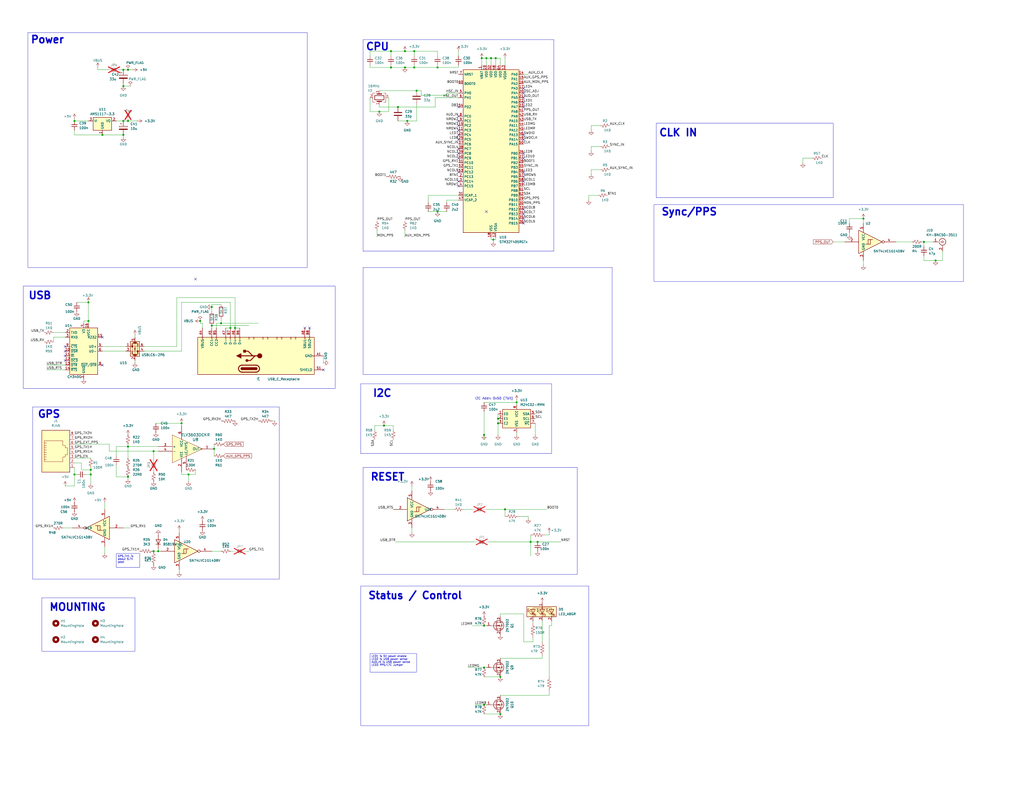
<source format=kicad_sch>
(kicad_sch (version 20231120) (generator "eeschema") (generator_version "8.0")
  (paper "C")
  (title_block (title "GPS") (date "2024-05-15") (rev "A") (company "Cullen Jennings"))
  (junction (at 271.78 228.6))
  (junction (at 49.53 256.54))
  (junction (at 220.98 27.94))
  (junction (at 40.64 66.04))
  (junction (at 69.85 66.04))
  (junction (at 271.78 231.14))
  (junction (at 67.31 73.66))
  (junction (at 265.43 31.75))
  (junction (at 227.33 49.53))
  (junction (at 293.37 295.91))
  (junction (at 264.16 364.49))
  (junction (at 120.65 176.53))
  (junction (at 69.85 38.1))
  (junction (at 217.17 58.42))
  (junction (at 49.53 259.08))
  (junction (at 222.25 66.04))
  (junction (at 115.57 177.8))
  (junction (at 209.55 232.41))
  (junction (at 67.31 38.1))
  (junction (at 213.36 36.83))
  (junction (at 264.16 341.63))
  (junction (at 207.01 60.96))
  (junction (at 220.98 36.83))
  (junction (at 264.16 384.81))
  (junction (at 264.16 237.49))
  (junction (at 273.05 369.57))
  (junction (at 213.36 27.94))
  (junction (at 125.73 179.07))
  (junction (at 128.27 179.07))
  (junction (at 83.82 300.99))
  (junction (at 40.64 259.08))
  (junction (at 69.85 243.84))
  (junction (at 99.06 231.14))
  (junction (at 273.05 389.89))
  (junction (at 275.59 278.13))
  (junction (at 226.06 27.94))
  (junction (at 109.22 175.26))
  (junction (at 226.06 36.83))
  (junction (at 471.17 119.38))
  (junction (at 67.31 46.99))
  (junction (at 116.84 245.11))
  (junction (at 238.76 36.83))
  (junction (at 67.31 66.04))
  (junction (at 48.26 165.1))
  (junction (at 48.26 175.26))
  (junction (at 267.97 31.75))
  (junction (at 289.56 295.91))
  (junction (at 270.51 31.75))
  (junction (at 262.89 31.75))
  (junction (at 102.87 259.08))
  (junction (at 69.85 260.35))
  (junction (at 115.57 167.64))
  (junction (at 83.82 246.38))
  (junction (at 86.36 300.99))
  (junction (at 238.76 115.57))
  (junction (at 281.94 219.71))
  (junction (at 269.24 130.81))
  (junction (at 510.54 142.24))
  (junction (at 55.88 73.66))
  (junction (at 504.19 132.08))
  (no_connect (at 176.53 201.93))
  (no_connect (at 285.75 121.92))
  (no_connect (at 285.75 93.98))
  (no_connect (at 285.75 73.66))
  (no_connect (at 285.75 53.34))
  (no_connect (at 285.75 116.84))
  (no_connect (at 250.19 63.5))
  (no_connect (at 285.75 50.8))
  (no_connect (at 106.68 152.4))
  (no_connect (at 285.75 83.82))
  (no_connect (at 285.75 99.06))
  (no_connect (at 168.91 179.07))
  (no_connect (at 35.56 191.77))
  (no_connect (at 250.19 73.66))
  (no_connect (at 285.75 96.52))
  (no_connect (at 285.75 114.3))
  (no_connect (at 285.75 55.88))
  (no_connect (at 285.75 76.2))
  (no_connect (at 250.19 83.82))
  (no_connect (at 250.19 66.04))
  (no_connect (at 250.19 76.2))
  (no_connect (at 285.75 119.38))
  (no_connect (at 55.88 184.15))
  (no_connect (at 250.19 58.42))
  (no_connect (at 250.19 101.6))
  (no_connect (at 250.19 93.98))
  (no_connect (at 265.43 115.57))
  (no_connect (at 55.88 199.39))
  (no_connect (at 35.56 189.23))
  (no_connect (at 250.19 71.12))
  (no_connect (at 166.37 179.07))
  (no_connect (at 285.75 86.36))
  (no_connect (at 285.75 48.26))
  (no_connect (at 35.56 194.31))
  (no_connect (at 35.56 196.85))
  (no_connect (at 285.75 58.42))
  (no_connect (at 250.19 86.36))
  (no_connect (at 250.19 81.28))
  (no_connect (at 250.19 68.58))
  (no_connect (at 250.19 99.06))
  (wire (pts (xy 322.58 68.58) (xy 322.58 71.12)))
  (wire (pts (xy 201.93 27.94) (xy 213.36 27.94)))
  (wire (pts (xy 250.19 27.94) (xy 250.19 30.48)))
  (wire (pts (xy 116.84 242.57) (xy 116.84 245.11)))
  (wire (pts (xy 281.94 219.71) (xy 281.94 220.98)))
  (wire (pts (xy 275.59 31.75) (xy 275.59 35.56)))
  (wire (pts (xy 238.76 27.94) (xy 226.06 27.94)))
  (wire (pts (xy 237.49 53.34) (xy 250.19 53.34)))
  (wire (pts (xy 134.62 300.99) (xy 135.89 300.99)))
  (wire (pts (xy 63.5 66.04) (xy 67.31 66.04)))
  (wire (pts (xy 67.31 73.66) (xy 67.31 74.93)))
  (wire (pts (xy 106.68 259.08) (xy 106.68 256.54)))
  (wire (pts (xy 290.83 347.98) (xy 290.83 350.52)))
  (wire (pts (xy 99.06 259.08) (xy 102.87 259.08)))
  (wire (pts (xy 53.34 36.83) (xy 53.34 38.1)))
  (wire (pts (xy 292.1 231.14) (xy 292.1 237.49)))
  (wire (pts (xy 201.93 60.96) (xy 207.01 60.96)))
  (wire (pts (xy 213.36 27.94) (xy 220.98 27.94)))
  (wire (pts (xy 35.56 265.43) (xy 40.64 265.43)))
  (wire (pts (xy 59.69 242.57) (xy 40.64 242.57)))
  (wire (pts (xy 59.69 246.38) (xy 83.82 246.38)))
  (wire (pts (xy 266.7 295.91) (xy 289.56 295.91)))
  (wire (pts (xy 40.64 259.08) (xy 40.64 255.27)))
  (wire (pts (xy 295.91 359.41) (xy 273.05 359.41)))
  (wire (pts (xy 57.15 298.45) (xy 57.15 302.26)))
  (wire (pts (xy 300.99 339.09) (xy 300.99 341.63)))
  (wire (pts (xy 67.31 66.04) (xy 69.85 66.04)))
  (wire (pts (xy 238.76 30.48) (xy 238.76 27.94)))
  (wire (pts (xy 69.85 66.04) (xy 74.93 66.04)))
  (wire (pts (xy 471.17 119.38) (xy 471.17 121.92)))
  (wire (pts (xy 264.16 364.49) (xy 265.43 364.49)))
  (wire (pts (xy 35.56 201.93) (xy 25.4 201.93)))
  (wire (pts (xy 176.53 198.12) (xy 176.53 194.31)))
  (wire (pts (xy 289.56 295.91) (xy 293.37 295.91)))
  (wire (pts (xy 115.57 300.99) (xy 120.65 300.99)))
  (wire (pts (xy 73.66 182.88) (xy 73.66 184.15)))
  (wire (pts (xy 504.19 139.7) (xy 504.19 142.24)))
  (wire (pts (xy 49.53 256.54) (xy 49.53 259.08)))
  (wire (pts (xy 55.88 189.23) (xy 68.58 189.23)))
  (wire (pts (xy 49.53 255.27) (xy 49.53 256.54)))
  (wire (pts (xy 264.16 219.71) (xy 281.94 219.71)))
  (wire (pts (xy 514.35 142.24) (xy 510.54 142.24)))
  (wire (pts (xy 207.01 49.53) (xy 227.33 49.53)))
  (wire (pts (xy 242.57 278.13) (xy 247.65 278.13)))
  (wire (pts (xy 243.84 52.07) (xy 243.84 50.8)))
  (wire (pts (xy 237.49 53.34) (xy 237.49 58.42)))
  (wire (pts (xy 273.05 335.28) (xy 273.05 336.55)))
  (wire (pts (xy 201.93 36.83) (xy 213.36 36.83)))
  (wire (pts (xy 220.98 125.73) (xy 220.98 129.54)))
  (wire (pts (xy 250.19 109.22) (xy 243.84 109.22)))
  (wire (pts (xy 237.49 58.42) (xy 217.17 58.42)))
  (wire (pts (xy 48.26 175.26) (xy 45.72 175.26)))
  (wire (pts (xy 233.68 106.68) (xy 250.19 106.68)))
  (wire (pts (xy 69.85 260.35) (xy 69.85 261.62)))
  (wire (pts (xy 269.24 132.08) (xy 269.24 130.81)))
  (wire (pts (xy 67.31 288.29) (xy 71.12 288.29)))
  (wire (pts (xy 227.33 57.15) (xy 227.33 66.04)))
  (wire (pts (xy 270.51 31.75) (xy 273.05 31.75)))
  (wire (pts (xy 322.58 92.71) (xy 322.58 95.25)))
  (wire (pts (xy 252.73 278.13) (xy 257.81 278.13)))
  (wire (pts (xy 201.93 53.34) (xy 201.93 60.96)))
  (wire (pts (xy 34.29 288.29) (xy 39.37 288.29)))
  (wire (pts (xy 29.21 181.61) (xy 35.56 181.61)))
  (wire (pts (xy 29.21 184.15) (xy 29.21 186.69)))
  (wire (pts (xy 270.51 129.54) (xy 270.51 130.81)))
  (wire (pts (xy 454.66 132.08) (xy 461.01 132.08)))
  (wire (pts (xy 109.22 175.26) (xy 109.22 176.53)))
  (wire (pts (xy 115.57 170.18) (xy 115.57 167.64)))
  (wire (pts (xy 321.31 106.68) (xy 326.39 106.68)))
  (wire (pts (xy 35.56 199.39) (xy 25.4 199.39)))
  (wire (pts (xy 265.43 278.13) (xy 275.59 278.13)))
  (wire (pts (xy 86.36 299.72) (xy 86.36 300.99)))
  (wire (pts (xy 463.55 119.38) (xy 471.17 119.38)))
  (wire (pts (xy 63.5 248.92) (xy 63.5 243.84)))
  (wire (pts (xy 102.87 259.08) (xy 102.87 262.89)))
  (wire (pts (xy 115.57 166.37) (xy 115.57 167.64)))
  (wire (pts (xy 69.85 38.1) (xy 72.39 38.1)))
  (wire (pts (xy 73.66 196.85) (xy 73.66 198.12)))
  (wire (pts (xy 438.15 86.36) (xy 443.23 86.36)))
  (wire (pts (xy 243.84 109.22) (xy 243.84 110.49)))
  (wire (pts (xy 46.99 259.08) (xy 49.53 259.08)))
  (wire (pts (xy 271.78 231.14) (xy 271.78 237.49)))
  (wire (pts (xy 96.52 162.56) (xy 96.52 189.23)))
  (wire (pts (xy 255.27 364.49) (xy 264.16 364.49)))
  (wire (pts (xy 78.74 189.23) (xy 96.52 189.23)))
  (wire (pts (xy 44.45 252.73) (xy 44.45 256.54)))
  (wire (pts (xy 227.33 49.53) (xy 229.87 49.53)))
  (wire (pts (xy 207.01 58.42) (xy 217.17 58.42)))
  (wire (pts (xy 63.5 254) (xy 63.5 260.35)))
  (wire (pts (xy 204.47 232.41) (xy 209.55 232.41)))
  (wire (pts (xy 297.18 292.1) (xy 299.72 292.1)))
  (wire (pts (xy 135.89 177.8) (xy 115.57 177.8)))
  (wire (pts (xy 63.5 260.35) (xy 69.85 260.35)))
  (wire (pts (xy 322.58 80.01) (xy 322.58 82.55)))
  (wire (pts (xy 322.58 80.01) (xy 327.66 80.01)))
  (wire (pts (xy 463.55 127) (xy 463.55 128.27)))
  (wire (pts (xy 262.89 31.75) (xy 265.43 31.75)))
  (wire (pts (xy 96.52 162.56) (xy 128.27 162.56)))
  (wire (pts (xy 275.59 278.13) (xy 298.45 278.13)))
  (wire (pts (xy 86.36 246.38) (xy 83.82 246.38)))
  (wire (pts (xy 463.55 121.92) (xy 463.55 119.38)))
  (wire (pts (xy 213.36 35.56) (xy 213.36 36.83)))
  (wire (pts (xy 285.75 350.52) (xy 285.75 335.28)))
  (wire (pts (xy 270.51 130.81) (xy 269.24 130.81)))
  (wire (pts (xy 110.49 176.53) (xy 110.49 179.07)))
  (wire (pts (xy 269.24 130.81) (xy 267.97 130.81)))
  (wire (pts (xy 67.31 45.72) (xy 67.31 46.99)))
  (wire (pts (xy 59.69 242.57) (xy 59.69 246.38)))
  (wire (pts (xy 215.9 295.91) (xy 259.08 295.91)))
  (wire (pts (xy 264.16 237.49) (xy 264.16 224.79)))
  (wire (pts (xy 264.16 341.63) (xy 265.43 341.63)))
  (wire (pts (xy 97.79 311.15) (xy 97.79 312.42)))
  (wire (pts (xy 49.53 259.08) (xy 49.53 264.16)))
  (wire (pts (xy 213.36 36.83) (xy 220.98 36.83)))
  (wire (pts (xy 207.01 60.96) (xy 212.09 60.96)))
  (wire (pts (xy 48.26 165.1) (xy 48.26 175.26)))
  (wire (pts (xy 118.11 176.53) (xy 118.11 179.07)))
  (wire (pts (xy 321.31 106.68) (xy 321.31 109.22)))
  (wire (pts (xy 128.27 162.56) (xy 128.27 179.07)))
  (wire (pts (xy 281.94 218.44) (xy 281.94 219.71)))
  (wire (pts (xy 204.47 234.95) (xy 204.47 232.41)))
  (wire (pts (xy 116.84 245.11) (xy 116.84 248.92)))
  (wire (pts (xy 289.56 303.53) (xy 289.56 295.91)))
  (wire (pts (xy 299.72 292.1) (xy 299.72 290.83)))
  (wire (pts (xy 226.06 27.94) (xy 226.06 30.48)))
  (wire (pts (xy 238.76 35.56) (xy 238.76 36.83)))
  (wire (pts (xy 438.15 86.36) (xy 438.15 88.9)))
  (wire (pts (xy 67.31 38.1) (xy 69.85 38.1)))
  (wire (pts (xy 85.09 231.14) (xy 99.06 231.14)))
  (wire (pts (xy 97.79 289.56) (xy 97.79 290.83)))
  (wire (pts (xy 299.72 377.19) (xy 299.72 379.73)))
  (wire (pts (xy 115.57 177.8) (xy 115.57 179.07)))
  (wire (pts (xy 99.06 165.1) (xy 125.73 165.1)))
  (wire (pts (xy 125.73 165.1) (xy 125.73 179.07)))
  (wire (pts (xy 40.64 64.77) (xy 40.64 66.04)))
  (wire (pts (xy 40.64 252.73) (xy 44.45 252.73)))
  (wire (pts (xy 99.06 191.77) (xy 99.06 165.1)))
  (wire (pts (xy 267.97 130.81) (xy 267.97 129.54)))
  (wire (pts (xy 250.19 35.56) (xy 250.19 36.83)))
  (wire (pts (xy 264.16 384.81) (xy 265.43 384.81)))
  (wire (pts (xy 53.34 38.1) (xy 58.42 38.1)))
  (wire (pts (xy 288.29 281.94) (xy 288.29 283.21)))
  (wire (pts (xy 213.36 27.94) (xy 213.36 30.48)))
  (wire (pts (xy 120.65 166.37) (xy 115.57 166.37)))
  (wire (pts (xy 83.82 246.38) (xy 83.82 250.19)))
  (wire (pts (xy 214.63 232.41) (xy 209.55 232.41)))
  (wire (pts (xy 283.21 281.94) (xy 288.29 281.94)))
  (wire (pts (xy 273.05 335.28) (xy 285.75 335.28)))
  (wire (pts (xy 55.88 191.77) (xy 68.58 191.77)))
  (wire (pts (xy 109.22 176.53) (xy 110.49 176.53)))
  (wire (pts (xy 271.78 228.6) (xy 271.78 231.14)))
  (wire (pts (xy 40.64 71.12) (xy 40.64 73.66)))
  (wire (pts (xy 57.15 274.32) (xy 57.15 278.13)))
  (wire (pts (xy 285.75 40.64) (xy 288.29 40.64)))
  (wire (pts (xy 102.87 259.08) (xy 106.68 259.08)))
  (wire (pts (xy 69.85 243.84) (xy 69.85 250.19)))
  (wire (pts (xy 471.17 142.24) (xy 471.17 144.78)))
  (wire (pts (xy 78.74 191.77) (xy 99.06 191.77)))
  (wire (pts (xy 86.36 300.99) (xy 87.63 300.99)))
  (wire (pts (xy 265.43 31.75) (xy 265.43 35.56)))
  (wire (pts (xy 243.84 50.8) (xy 250.19 50.8)))
  (wire (pts (xy 48.26 165.1) (xy 41.91 165.1)))
  (wire (pts (xy 66.04 38.1) (xy 67.31 38.1)))
  (wire (pts (xy 295.91 358.14) (xy 295.91 359.41)))
  (wire (pts (xy 40.64 250.19) (xy 49.53 250.19)))
  (wire (pts (xy 120.65 176.53) (xy 118.11 176.53)))
  (wire (pts (xy 264.16 240.03) (xy 264.16 237.49)))
  (wire (pts (xy 504.19 132.08) (xy 504.19 134.62)))
  (wire (pts (xy 281.94 236.22) (xy 281.94 237.49)))
  (wire (pts (xy 55.88 73.66) (xy 67.31 73.66)))
  (wire (pts (xy 45.72 175.26) (xy 45.72 176.53)))
  (wire (pts (xy 40.64 265.43) (xy 40.64 259.08)))
  (wire (pts (xy 233.68 115.57) (xy 238.76 115.57)))
  (wire (pts (xy 125.73 179.07) (xy 123.19 179.07)))
  (wire (pts (xy 217.17 66.04) (xy 222.25 66.04)))
  (wire (pts (xy 49.53 256.54) (xy 44.45 256.54)))
  (wire (pts (xy 207.01 57.15) (xy 207.01 58.42)))
  (wire (pts (xy 35.56 184.15) (xy 29.21 184.15)))
  (wire (pts (xy 99.06 231.14) (xy 99.06 232.41)))
  (wire (pts (xy 270.51 31.75) (xy 270.51 35.56)))
  (wire (pts (xy 40.64 66.04) (xy 48.26 66.04)))
  (wire (pts (xy 229.87 49.53) (xy 229.87 52.07)))
  (wire (pts (xy 299.72 379.73) (xy 273.05 379.73)))
  (wire (pts (xy 67.31 46.99) (xy 71.12 46.99)))
  (wire (pts (xy 300.99 341.63) (xy 299.72 341.63)))
  (wire (pts (xy 264.16 389.89) (xy 273.05 389.89)))
  (wire (pts (xy 125.73 300.99) (xy 127 300.99)))
  (wire (pts (xy 205.74 125.73) (xy 205.74 129.54)))
  (wire (pts (xy 238.76 115.57) (xy 243.84 115.57)))
  (wire (pts (xy 289.56 292.1) (xy 289.56 295.91)))
  (wire (pts (xy 220.98 36.83) (xy 226.06 36.83)))
  (wire (pts (xy 214.63 278.13) (xy 219.71 278.13)))
  (wire (pts (xy 148.59 229.87) (xy 149.86 229.87)))
  (wire (pts (xy 510.54 142.24) (xy 504.19 142.24)))
  (wire (pts (xy 259.08 384.81) (xy 264.16 384.81)))
  (wire (pts (xy 69.85 243.84) (xy 86.36 243.84)))
  (wire (pts (xy 120.65 173.99) (xy 120.65 176.53)))
  (wire (pts (xy 226.06 27.94) (xy 220.98 27.94)))
  (wire (pts (xy 130.81 179.07) (xy 128.27 179.07)))
  (wire (pts (xy 275.59 278.13) (xy 275.59 281.94)))
  (wire (pts (xy 262.89 31.75) (xy 262.89 35.56)))
  (wire (pts (xy 63.5 243.84) (xy 69.85 243.84)))
  (wire (pts (xy 488.95 132.08) (xy 497.84 132.08)))
  (wire (pts (xy 264.16 369.57) (xy 273.05 369.57)))
  (wire (pts (xy 265.43 31.75) (xy 267.97 31.75)))
  (wire (pts (xy 322.58 92.71) (xy 327.66 92.71)))
  (wire (pts (xy 69.85 242.57) (xy 69.85 243.84)))
  (wire (pts (xy 295.91 339.09) (xy 295.91 350.52)))
  (wire (pts (xy 299.72 341.63) (xy 299.72 369.57)))
  (wire (pts (xy 214.63 234.95) (xy 214.63 232.41)))
  (wire (pts (xy 212.09 53.34) (xy 212.09 60.96)))
  (wire (pts (xy 224.79 265.43) (xy 224.79 267.97)))
  (wire (pts (xy 293.37 295.91) (xy 306.07 295.91)))
  (wire (pts (xy 504.19 132.08) (xy 509.27 132.08)))
  (wire (pts (xy 83.82 300.99) (xy 86.36 300.99)))
  (wire (pts (xy 120.65 176.53) (xy 140.97 176.53)))
  (wire (pts (xy 290.83 350.52) (xy 285.75 350.52)))
  (wire (pts (xy 201.93 30.48) (xy 201.93 27.94)))
  (wire (pts (xy 48.26 175.26) (xy 48.26 176.53)))
  (wire (pts (xy 290.83 339.09) (xy 290.83 340.36)))
  (wire (pts (xy 271.78 226.06) (xy 271.78 228.6)))
  (wire (pts (xy 40.64 259.08) (xy 41.91 259.08)))
  (wire (pts (xy 322.58 68.58) (xy 327.66 68.58)))
  (wire (pts (xy 502.92 132.08) (xy 504.19 132.08)))
  (wire (pts (xy 229.87 52.07) (xy 243.84 52.07)))
  (wire (pts (xy 257.81 341.63) (xy 264.16 341.63)))
  (wire (pts (xy 201.93 35.56) (xy 201.93 36.83)))
  (wire (pts (xy 267.97 31.75) (xy 267.97 35.56)))
  (wire (pts (xy 99.06 257.81) (xy 99.06 259.08)))
  (wire (pts (xy 233.68 110.49) (xy 233.68 106.68)))
  (wire (pts (xy 40.64 73.66) (xy 55.88 73.66)))
  (wire (pts (xy 267.97 31.75) (xy 270.51 31.75)))
  (wire (pts (xy 226.06 35.56) (xy 226.06 36.83)))
  (wire (pts (xy 224.79 288.29) (xy 224.79 290.83)))
  (wire (pts (xy 273.05 35.56) (xy 273.05 31.75)))
  (wire (pts (xy 226.06 36.83) (xy 238.76 36.83)))
  (wire (pts (xy 227.33 66.04) (xy 222.25 66.04)))
  (wire (pts (xy 238.76 36.83) (xy 250.19 36.83)))
  (wire (pts (xy 514.35 137.16) (xy 514.35 142.24)))
  (rectangle (start 198.12 21.59) (end 302.26 137.16))
  (rectangle (start 356.87 111.76) (end 525.78 153.67))
  (rectangle (start 17.78 222.25) (end 152.4 316.23))
  (rectangle (start 358.14 67.31) (end 454.66 107.95))
  (rectangle (start 12.7 156.21) (end 182.88 212.09))
  (rectangle (start 198.12 146.05) (end 334.01 204.47))
  (rectangle (start 196.85 320.04) (end 321.31 396.24))
  (rectangle (start 15.24 17.78) (end 167.64 146.05))
  (rectangle (start 198.12 255.27) (end 314.96 313.69))
  (rectangle (start 196.85 209.55) (end 300.99 247.65))
  (rectangle (start 22.86 326.39) (end 73.66 355.6))
  (text_box "LED1 is 5V power enable\nLED2 is USB power sense\nAUD_IN is USB power sense \nLED3 PPS/LTC Jumper " (at 201.93 356.87 0) (size 25.4 10.16) (effects (font (size 1 1)) (justify left top)))
  (text_box "GPS_TX1 is about 5.7V peak" (at 63.5 302.26 0) (size 12.7 7.62) (effects (font (size 1 1)) (justify left top)))
  (text "RESET" (at 201.93 262.89 0) (effects (font (size 4 4) (thickness 0.8) (bold yes)) (justify left bottom)))
  (text "USB" (at 15.24 163.83 0) (effects (font (size 4 4) (thickness 0.8) (bold yes)) (justify left bottom)))
  (text "GPS" (at 20.32 228.6 0) (effects (font (size 4 4) (thickness 0.8) (bold yes)) (justify left bottom)))
  (text "CPU\n" (at 199.39 27.94 0) (effects (font (size 4 4) (thickness 0.8) (bold yes)) (justify left bottom)))
  (text "I2C" (at 203.2 217.17 0) (effects (font (size 4 4) (thickness 0.8) (bold yes)) (justify left bottom)))
  (text "Status / Control\n" (at 200.66 327.66 0) (effects (font (size 4 4) (thickness 0.8) (bold yes)) (justify left bottom)))
  (text "Sync/PPS" (at 360.68 118.11 0) (effects (font (size 4 4) (thickness 0.8) (bold yes)) (justify left bottom)))
  (text "CLK IN" (at 359.41 74.93 0) (effects (font (size 4 4) (thickness 0.8) (bold yes)) (justify left bottom)))
  (text "MOUNTING\n" (at 26.67 334.01 0) (effects (font (size 4 4) (thickness 0.8) (bold yes)) (justify left bottom)))
  (text "I2C Addr: 0x50 (7bit)" (at 259.08 218.44 0) (effects (font (size 1.27 1.27)) (justify left bottom)))
  (text "Power" (at 16.51 24.13 0) (effects (font (size 4 4) (thickness 0.8) (bold yes)) (justify left bottom)))
  (label "GPS_RX1" (at 71.12 288.29 0))
  (label "SYNC_IN" (at 285.75 91.44 0))
  (label "NCOL7" (at 285.75 116.84 0))
  (label "SDA" (at 204.47 240.03 270))
  (label "LEDMB" (at 259.08 384.81 0))
  (label "SDA" (at 285.75 106.68 0))
  (label "GPS_PPS" (at 285.75 109.22 0))
  (label "LED9" (at 285.75 83.82 0))
  (label "DB3" (at 250.19 58.42 180))
  (label "BOOT1" (at 285.75 88.9 0))
  (label "GPS_TX2H" (at 40.64 237.49 0))
  (label "AUX_SYNC_IN" (at 250.19 78.74 180))
  (label "NROW1" (at 250.19 101.6 180))
  (label "GPS_EXT_PPS" (at 40.64 242.57 0))
  (label "AUX_CLK" (at 332.74 68.58 0))
  (label "LEDMB" (at 285.75 101.6 0))
  (label "GPS_RX1H" (at 29.21 288.29 180))
  (label "GPS_RX1" (at 250.19 88.9 180))
  (label "NCOL10" (at 250.19 99.06 180))
  (label "BOOT1" (at 210.82 96.52 180))
  (label "USB_TX" (at 24.13 181.61 180))
  (label "SYNC_IN" (at 332.74 80.01 0))
  (label "NROW2" (at 250.19 66.04 180))
  (label "GPS_RX2H" (at 120.65 229.87 180))
  (label "HSE_IN" (at 250.19 50.8 180))
  (label "AUX_SYNC_IN" (at 332.74 92.71 0))
  (label "USB_RTS" (at 214.63 278.13 180))
  (label "BTN1" (at 331.47 106.68 0))
  (label "LEDMR" (at 285.75 71.12 0))
  (label "AUX_GPS_PPS" (at 285.75 43.18 0))
  (label "CLK" (at 285.75 78.74 0))
  (label "USB_TX" (at 285.75 66.04 0))
  (label "NCOL6" (at 285.75 119.38 0))
  (label "NCOL1" (at 285.75 99.06 0))
  (label "NCOL5" (at 285.75 121.92 0))
  (label "GPS_TX1" (at 135.89 300.99 0))
  (label "USB_DTR" (at 25.4 199.39 0))
  (label "SCL" (at 292.1 228.6 0))
  (label "GPS_TX1H" (at 40.64 245.11 0))
  (label "NRST" (at 250.19 40.64 180))
  (label "SDA" (at 292.1 226.06 0))
  (label "SCL" (at 214.63 240.03 270))
  (label "AUX_MON_PPS" (at 285.75 45.72 0))
  (label "USB_RTS" (at 25.4 201.93 0))
  (label "LEDMG" (at 285.75 68.58 0))
  (label "NCOL9" (at 250.19 93.98 180))
  (label "SWDCLK" (at 285.75 76.2 0))
  (label "PPS_OUT" (at 205.74 120.65 0))
  (label "MON_PPS" (at 285.75 111.76 0))
  (label "NCOL4" (at 250.19 81.28 180))
  (label "NROW4" (at 250.19 71.12 180))
  (label "SWDIO" (at 285.75 73.66 0))
  (label "LEDMG" (at 255.27 364.49 0))
  (label "BOOT0" (at 298.45 278.13 0))
  (label "NCOL2" (at 250.19 86.36 180))
  (label "GPS_TX1" (at 250.19 91.44 180))
  (label "PPS_OUT" (at 220.98 120.65 0))
  (label "PPS_OUT" (at 285.75 60.96 0))
  (label "LED1" (at 285.75 55.88 0))
  (label "LED4" (at 285.75 48.26 0))
  (label "BOOT0" (at 250.19 45.72 180))
  (label "NRST" (at 306.07 295.91 0))
  (label "LED8" (at 250.19 76.2 180))
  (label "GPS_TX1H" (at 76.2 300.99 180))
  (label "BTN1" (at 250.19 96.52 180))
  (label "NCOL8" (at 285.75 114.3 0))
  (label "MON_PPS" (at 205.74 129.54 0))
  (label "AUX_MON_PPS" (at 220.98 129.54 0))
  (label "LED3" (at 285.75 93.98 0))
  (label "AUD_IN" (at 250.19 63.5 180))
  (label "SCL" (at 285.75 104.14 0))
  (label "CLK" (at 448.31 86.36 0))
  (label "LEDMR" (at 257.81 341.63 180))
  (label "GPS_EN" (at 40.64 250.19 0))
  (label "USB_RX" (at 285.75 63.5 0))
  (label "GPS_TX2H" (at 140.97 229.87 180))
  (label "GPS_RX2H" (at 40.64 240.03 0))
  (label "GPS_RX1H" (at 40.64 247.65 0))
  (label "HSE_OUT" (at 250.19 53.34 180))
  (label "USB_DTR" (at 215.9 295.91 180))
  (label "LED10" (at 285.75 86.36 0))
  (label "AUX_CLK" (at 288.29 40.64 0))
  (label "NCOL3" (at 250.19 83.82 180))
  (label "NROW3" (at 250.19 68.58 180))
  (label "OSC_ADJ" (at 285.75 50.8 0))
  (label "LED2" (at 285.75 58.42 0))
  (label "NROW5" (at 285.75 96.52 0))
  (label "AUD_OUT" (at 285.75 53.34 0))
  (label "USB_RX" (at 24.13 186.69 180))
  (label "LED7" (at 250.19 73.66 180))
  (global_label "AUX_GPS_PPS" (shape input) (at 121.92 248.92 0) (property "Intersheetrefs" "${INTERSHEET_REFS}" (effects (hide yes))))
  (global_label "GPS_PPS" (shape input) (at 121.92 242.57 0) (property "Intersheetrefs" "${INTERSHEET_REFS}" (effects (hide yes))))
  (global_label "PPS_OUT" (shape input) (at 454.66 132.08 180) (property "Intersheetrefs" "${INTERSHEET_REFS}" (effects (hide yes))))
  (symbol (lib_id "power:+5V") (at 72.39 38.1 270) (unit 1)
    (property "Reference" "#PWR039" (effects (hide yes)))
    (property "Value" "+5V" (at 76.2 38.1 90) (effects (justify left)))
    (property "Description" "Power symbol creates a global label with name \"+5V\"" (effects (hide yes)))
  )
  (symbol (lib_id "power:GND") (at 293.37 300.99 0) (mirror y) (unit 1)
    (property "Reference" "#PWR012" (effects (hide yes)))
    (property "Value" "GND" (effects (hide yes)))
    (property "Description" "Power symbol creates a global label with name \"GND\" , ground" (effects (hide yes)))
  )
  (symbol (lib_id "Device:R_US") (at 293.37 292.1 270) (unit 1)
    (property "Reference" "R27" (at 293.37 287.02 90))
    (property "Value" "47K" (at 293.37 289.56 90))
    (property "Footprint" "Resistor_SMD:R_0603_1608Metric" (effects (hide yes)))
    (property "Description" "Resistor, US symbol" (effects (hide yes)))
    (property "JLCPCB Part #" "C25819" (effects (hide yes)))
  )
  (symbol (lib_id "Jumper:SolderJumper_2_Bridged") (at 62.23 38.1 0) (unit 1) (in_bom no) (dnp yes)
    (property "Reference" "JP4" (at 62.23 35.56 0))
    (property "Value" "SolderJumper_2_Bridged" (effects (hide yes)))
    (property "Footprint" "Jumper:SolderJumper-2_P1.3mm_Bridged2Bar_RoundedPad1.0x1.5mm" (effects (hide yes)))
    (property "Description" "Solder Jumper, 2-pole, closed/bridged" (effects (hide yes)))
  )
  (symbol (lib_id "Device:C_Small") (at 463.55 124.46 0) (unit 1)
    (property "Reference" "C11" (at 458.47 120.65 0) (effects (justify left)))
    (property "Value" "100n" (at 457.2 121.92 0) (effects (justify left)))
    (property "Footprint" "Capacitor_SMD:C_0402_1005Metric" (effects (hide yes)))
    (property "Description" "Unpolarized capacitor, small symbol" (effects (hide yes)))
    (property "JLCPCB Part #" "C307331" (effects (hide yes)))
  )
  (symbol (lib_id "power:GND") (at 102.87 262.89 0) (unit 1)
    (property "Reference" "#PWR081" (effects (hide yes)))
    (property "Value" "GND" (at 102.87 266.7 0))
    (property "Description" "Power symbol creates a global label with name \"GND\" , ground" (effects (hide yes)))
  )
  (symbol (lib_id "power:+3.3V") (at 275.59 31.75 0) (unit 1)
    (property "Reference" "#PWR018" (effects (hide yes)))
    (property "Value" "+3.3V" (at 275.59 26.67 0))
    (property "Description" "Power symbol creates a global label with name \"+3.3V\"" (effects (hide yes)))
  )
  (symbol (lib_id "power:+3.3V") (at 97.79 289.56 0) (unit 1)
    (property "Reference" "#PWR0119" (effects (hide yes)))
    (property "Value" "+3.3V" (at 97.79 284.48 0))
    (property "Description" "Power symbol creates a global label with name \"+3.3V\"" (effects (hide yes)))
  )
  (symbol (lib_id "power:PWR_FLAG") (at 69.85 38.1 0) (unit 1)
    (property "Reference" "#FLG05" (effects (hide yes)))
    (property "Value" "PWR_FLAG" (at 73.66 34.29 0))
    (property "Description" "Special symbol for telling ERC where power comes from" (effects (hide yes)))
  )
  (symbol (lib_id "Device:R_Small_US") (at 330.2 92.71 270) (mirror x) (unit 1)
    (property "Reference" "R5" (at 330.2 90.17 90))
    (property "Value" "1K0" (at 331.47 95.25 90))
    (property "Footprint" "Resistor_SMD:R_0603_1608Metric" (effects (hide yes)))
    (property "Description" "Resistor, small US symbol" (effects (hide yes)))
    (property "JLCPCB Part #" "C21190" (effects (hide yes)))
  )
  (symbol (lib_id "74xGxx:SN74LVC1G14DBV") (at 52.07 288.29 0) (mirror y) (unit 1)
    (property "Reference" "U19" (at 48.26 288.29 0))
    (property "Value" "SN74LVC1G14DBV" (at 41.91 293.37 0))
    (property "Footprint" "Package_TO_SOT_SMD:SOT-23-5" (effects (hide yes)))
    (property "Datasheet" "https://www.ti.com/lit/ds/symlink/sn74lvc1g14.pdf" (effects (hide yes)))
    (property "Description" "Single Schmitt NOT Gate, Low-Voltage CMOS, SOT-23" (effects (hide yes)))
    (property "JLCPCB Rotation Offset" "0" (effects (hide yes)))
    (property "JLCPCB Part #" "C133145" (effects (hide yes)))
  )
  (symbol (lib_id "power:GND") (at 292.1 237.49 0) (unit 1)
    (property "Reference" "#PWR0114" (effects (hide yes)))
    (property "Value" "GND" (at 292.1 242.57 0))
    (property "Description" "Power symbol creates a global label with name \"GND\" , ground" (effects (hide yes)))
  )
  (symbol (lib_id "power:GND") (at 269.24 132.08 0) (unit 1)
    (property "Reference" "#PWR01" (effects (hide yes)))
    (property "Value" "GND" (effects (hide yes)))
    (property "Description" "Power symbol creates a global label with name \"GND\" , ground" (effects (hide yes)))
  )
  (symbol (lib_id "power:+3.3V") (at 234.95 262.89 0) (unit 1)
    (property "Reference" "#PWR0141" (effects (hide yes)))
    (property "Value" "+3.3V" (at 231.14 261.62 0))
    (property "Description" "Power symbol creates a global label with name \"+3.3V\"" (effects (hide yes)))
  )
  (symbol (lib_id "power:GND") (at 83.82 262.89 0) (unit 1)
    (property "Reference" "#PWR0123" (effects (hide yes)))
    (property "Value" "GND" (at 83.82 266.7 0))
    (property "Description" "Power symbol creates a global label with name \"GND\" , ground" (effects (hide yes)))
  )
  (symbol (lib_id "Transistor_FET:2N7002") (at 270.51 341.63 0) (unit 1)
    (property "Reference" "Q1" (at 279.4 341.63 90))
    (property "Value" "2N7002" (at 276.86 341.63 90))
    (property "Footprint" "Package_TO_SOT_SMD:SOT-23" (effects (hide yes)))
    (property "Datasheet" "https://www.onsemi.com/pub/Collateral/NDS7002A-D.PDF" (effects (hide yes)))
    (property "Description" "0.115A Id, 60V Vds, N-Channel MOSFET, SOT-23" (effects (hide yes)))
    (property "JLCPCB Rotation Offset" "180" (effects (hide yes)))
    (property "JLCPCB Part #" "C8545" (effects (hide yes)))
  )
  (symbol (lib_id "power:PWR_FLAG") (at 71.12 46.99 0) (unit 1)
    (property "Reference" "#FLG01" (effects (hide yes)))
    (property "Value" "PWR_FLAG" (at 74.93 43.18 0))
    (property "Description" "Special symbol for telling ERC where power comes from" (effects (hide yes)))
  )
  (symbol (lib_id "BlinkyShared:TLV3603DCKR") (at 99.06 245.11 0) (unit 1)
    (property "Reference" "U8" (at 106.68 240.03 0) (effects (font (size 1.524 1.524))))
    (property "Value" "TLV3603DCKR" (at 106.68 237.49 0) (effects (font (size 1.524 1.524))))
    (property "Footprint" "blinky_footprints:SC70_DCK_TEX" (effects (hide yes)))
    (property "Datasheet" "TLV3603DCKR" (effects (hide yes)))
    (property "JLCPCB Part #" "C5213955" (effects (hide yes)))
  )
  (symbol (lib_id "power:GND") (at 207.01 60.96 0) (unit 1)
    (property "Reference" "#PWR04" (effects (hide yes)))
    (property "Value" "GND" (at 207.01 66.04 0))
    (property "Description" "Power symbol creates a global label with name \"GND\" , ground" (effects (hide yes)))
  )
  (symbol (lib_id "Connector:TestPoint") (at 69.85 66.04 0) (unit 1) (in_bom no) (dnp yes)
    (property "Reference" "TP7" (at 68.58 60.96 0) (effects (justify left)))
    (property "Value" "~" (at 68.58 59.69 0) (effects (justify left)))
    (property "Footprint" "TestPoint:TestPoint_THTPad_D1.5mm_Drill0.7mm" (effects (hide yes)))
    (property "Description" "test point" (effects (hide yes)))
  )
  (symbol (lib_id "power:GND") (at 57.15 302.26 0) (unit 1)
    (property "Reference" "#PWR0125" (effects (hide yes)))
    (property "Value" "GND" (effects (hide yes)))
    (property "Description" "Power symbol creates a global label with name \"GND\" , ground" (effects (hide yes)))
  )
  (symbol (lib_id "power:GND") (at 86.36 292.1 180) (unit 1)
    (property "Reference" "#PWR0126" (effects (hide yes)))
    (property "Value" "GND" (at 86.36 287.02 0))
    (property "Description" "Power symbol creates a global label with name \"GND\" , ground" (effects (hide yes)))
  )
  (symbol (lib_id "Device:C_Small") (at 233.68 113.03 180) (unit 1)
    (property "Reference" "C35" (at 236.22 111.7536 0) (effects (justify right)))
    (property "Value" "2u2" (at 236.22 114.2936 0) (effects (justify right)))
    (property "Footprint" "Capacitor_SMD:C_0603_1608Metric" (effects (hide yes)))
    (property "Description" "Unpolarized capacitor, small symbol" (effects (hide yes)))
    (property "JLCPCB Part #" "C23630" (effects (hide yes)))
  )
  (symbol (lib_id "power:GND") (at 115.57 167.64 270) (unit 1)
    (property "Reference" "#PWR074" (effects (hide yes)))
    (property "Value" "GND" (at 113.03 167.64 90) (effects (justify right)))
    (property "Description" "Power symbol creates a global label with name \"GND\" , ground" (effects (hide yes)))
  )
  (symbol (lib_id "power:GND") (at 67.31 46.99 0) (unit 1)
    (property "Reference" "#PWR044" (effects (hide yes)))
    (property "Value" "GND" (at 67.31 52.07 0))
    (property "Description" "Power symbol creates a global label with name \"GND\" , ground" (effects (hide yes)))
  )
  (symbol (lib_id "power:GND") (at 288.29 283.21 0) (unit 1)
    (property "Reference" "#PWR013" (effects (hide yes)))
    (property "Value" "GND" (effects (hide yes)))
    (property "Description" "Power symbol creates a global label with name \"GND\" , ground" (effects (hide yes)))
  )
  (symbol (lib_id "power:+3.3V") (at 209.55 232.41 0) (unit 1)
    (property "Reference" "#PWR0107" (effects (hide yes)))
    (property "Value" "+3.3V" (at 209.55 227.33 0))
    (property "Description" "Power symbol creates a global label with name \"+3.3V\"" (effects (hide yes)))
  )
  (symbol (lib_id "Device:R_Small_US") (at 119.38 242.57 270) (unit 1)
    (property "Reference" "R60" (at 119.38 237.49 90))
    (property "Value" "1K0" (at 119.38 240.03 90))
    (property "Footprint" "Resistor_SMD:R_0603_1608Metric" (effects (hide yes)))
    (property "Description" "Resistor, small US symbol" (effects (hide yes)))
    (property "JLCPCB Part #" "C21190" (effects (hide yes)))
  )
  (symbol (lib_id "Jumper:SolderJumper_2_Bridged") (at 83.82 254 90) (unit 1) (in_bom no) (dnp yes)
    (property "Reference" "JP3" (at 81.28 254 0))
    (property "Value" "SolderJumper_2_Bridged" (effects (hide yes)))
    (property "Footprint" "Jumper:SolderJumper-2_P1.3mm_Bridged2Bar_RoundedPad1.0x1.5mm" (effects (hide yes)))
    (property "Description" "Solder Jumper, 2-pole, closed/bridged" (effects (hide yes)))
  )
  (symbol (lib_id "Mechanical:MountingHole") (at 30.48 340.36 0) (unit 1) (exclude_from_sim yes) (in_bom no)
    (property "Reference" "H1" (at 33.02 339.09 0) (effects (justify left)))
    (property "Value" "MountingHole" (at 33.02 341.63 0) (effects (justify left)))
    (property "Footprint" "MountingHole:MountingHole_2.2mm_M2" (effects (hide yes)))
    (property "Description" "Mounting Hole without connection" (effects (hide yes)))
  )
  (symbol (lib_id "power:GND") (at 40.64 279.4 0) (mirror y) (unit 1)
    (property "Reference" "#PWR0131" (effects (hide yes)))
    (property "Value" "GND" (at 40.64 283.21 0))
    (property "Description" "Power symbol creates a global label with name \"GND\" , ground" (effects (hide yes)))
  )
  (symbol (lib_id "power:GND") (at 49.53 264.16 0) (unit 1)
    (property "Reference" "#PWR055" (effects (hide yes)))
    (property "Value" "GND" (at 49.53 269.24 0))
    (property "Description" "Power symbol creates a global label with name \"GND\" , ground" (effects (hide yes)))
  )
  (symbol (lib_id "Device:C_Small") (at 243.84 113.03 180) (unit 1)
    (property "Reference" "C40" (at 246.38 111.7536 0) (effects (justify right)))
    (property "Value" "2u2" (at 246.38 114.2936 0) (effects (justify right)))
    (property "Footprint" "Capacitor_SMD:C_0603_1608Metric" (effects (hide yes)))
    (property "Description" "Unpolarized capacitor, small symbol" (effects (hide yes)))
    (property "JLCPCB Part #" "C23630" (effects (hide yes)))
  )
  (symbol (lib_id "Device:R_Small_US") (at 119.38 248.92 90) (unit 1)
    (property "Reference" "R61" (at 119.38 254 90))
    (property "Value" "1K0" (at 119.38 251.46 90))
    (property "Footprint" "Resistor_SMD:R_0603_1608Metric" (effects (hide yes)))
    (property "Description" "Resistor, small US symbol" (effects (hide yes)))
    (property "JLCPCB Part #" "C21190" (effects (hide yes)))
  )
  (symbol (lib_id "power:GND") (at 321.31 109.22 0) (unit 1)
    (property "Reference" "#PWR022" (effects (hide yes)))
    (property "Value" "GND" (effects (hide yes)))
    (property "Description" "Power symbol creates a global label with name \"GND\" , ground" (effects (hide yes)))
  )
  (symbol (lib_id "Mechanical:MountingHole") (at 52.07 349.25 0) (unit 1) (exclude_from_sim yes) (in_bom no)
    (property "Reference" "H4" (at 54.61 347.98 0) (effects (justify left)))
    (property "Value" "MountingHole" (at 54.61 350.52 0) (effects (justify left)))
    (property "Footprint" "MountingHole:MountingHole_2.2mm_M2" (effects (hide yes)))
    (property "Description" "Mounting Hole without connection" (effects (hide yes)))
  )
  (symbol (lib_id "Device:C_Small") (at 110.49 287.02 0) (unit 1)
    (property "Reference" "C57" (at 113.03 284.48 0) (effects (justify left)))
    (property "Value" "100n" (at 113.03 287.02 0) (effects (justify left)))
    (property "Footprint" "Capacitor_SMD:C_0402_1005Metric" (effects (hide yes)))
    (property "Description" "Unpolarized capacitor, small symbol" (effects (hide yes)))
    (property "JLCPCB Part #" "C307331" (effects (hide yes)))
  )
  (symbol (lib_id "Device:R") (at 120.65 170.18 0) (unit 1)
    (property "Reference" "R37" (at 123.19 171.45 90) (effects (justify left)))
    (property "Value" "5K1" (at 120.65 171.45 90) (effects (justify left)))
    (property "Footprint" "Resistor_SMD:R_0603_1608Metric" (effects (hide yes)))
    (property "Description" "Resistor" (effects (hide yes)))
    (property "JLCPCB Part #" "C23186" (effects (hide yes)))
  )
  (symbol (lib_id "Device:R_Small_US") (at 500.38 132.08 90) (unit 1)
    (property "Reference" "R4" (at 499.11 137.16 90))
    (property "Value" "200R" (at 500.38 134.62 90))
    (property "Footprint" "Resistor_SMD:R_0603_1608Metric" (effects (hide yes)))
    (property "Description" "Resistor, small US symbol" (effects (hide yes)))
    (property "JLCPCB Part #" "C8218" (effects (hide yes)))
  )
  (symbol (lib_id "Device:R_Small_US") (at 264.16 339.09 0) (unit 1)
    (property "Reference" "R76" (at 259.08 337.82 0) (effects (justify left)))
    (property "Value" "47K" (at 259.08 340.36 0) (effects (justify left)))
    (property "Footprint" "Resistor_SMD:R_0603_1608Metric" (effects (hide yes)))
    (property "Description" "Resistor, small US symbol" (effects (hide yes)))
    (property "JLCPCB Part #" "C25819" (effects (hide yes)))
  )
  (symbol (lib_id "Device:R_Small_US") (at 214.63 237.49 0) (unit 1)
    (property "Reference" "R59" (at 209.55 234.95 0) (effects (justify left)))
    (property "Value" "1K5" (at 209.55 237.49 0) (effects (justify left)))
    (property "Footprint" "Resistor_SMD:R_0603_1608Metric" (effects (hide yes)))
    (property "Description" "Resistor, small US symbol" (effects (hide yes)))
    (property "JLCPCB Part #" "C22843" (effects (hide yes)))
  )
  (symbol (lib_id "Device:R_US") (at 144.78 229.87 270) (mirror x) (unit 1)
    (property "Reference" "R34" (at 144.78 224.79 90))
    (property "Value" "4K7" (at 144.78 227.33 90))
    (property "Footprint" "Resistor_SMD:R_0603_1608Metric" (effects (hide yes)))
    (property "Description" "Resistor, US symbol" (effects (hide yes)))
    (property "JLCPCB Part #" "C23162" (effects (hide yes)))
  )
  (symbol (lib_id "Jumper:SolderJumper_2_Bridged") (at 261.62 278.13 0) (unit 1) (in_bom no) (dnp yes)
    (property "Reference" "JP2" (at 261.62 275.59 0))
    (property "Value" "SolderJumper_2_Bridged" (effects (hide yes)))
    (property "Footprint" "Jumper:SolderJumper-2_P1.3mm_Bridged2Bar_RoundedPad1.0x1.5mm" (effects (hide yes)))
    (property "Description" "Solder Jumper, 2-pole, closed/bridged" (effects (hide yes)))
  )
  (symbol (lib_id "Device:R_US") (at 290.83 344.17 180) (unit 1)
    (property "Reference" "R70" (at 292.1 342.9 0) (effects (justify right)))
    (property "Value" "150R" (at 292.1 345.44 0) (effects (justify right)))
    (property "Footprint" "Resistor_SMD:R_0603_1608Metric" (effects (hide yes)))
    (property "Description" "Resistor, US symbol" (effects (hide yes)))
    (property "JLCPCB Part #" "C22808" (effects (hide yes)))
  )
  (symbol (lib_id "power:GND") (at 238.76 115.57 0) (unit 1)
    (property "Reference" "#PWR065" (effects (hide yes)))
    (property "Value" "GND" (at 238.76 120.65 0))
    (property "Description" "Power symbol creates a global label with name \"GND\" , ground" (effects (hide yes)))
  )
  (symbol (lib_id "power:GND") (at 83.82 308.61 0) (unit 1)
    (property "Reference" "#PWR0121" (effects (hide yes)))
    (property "Value" "GND" (at 86.36 309.88 0) (effects (justify left)))
    (property "Description" "Power symbol creates a global label with name \"GND\" , ground" (effects (hide yes)))
  )
  (symbol (lib_id "power:GND") (at 281.94 237.49 0) (unit 1)
    (property "Reference" "#PWR0111" (effects (hide yes)))
    (property "Value" "GND" (at 281.94 242.57 0))
    (property "Description" "Power symbol creates a global label with name \"GND\" , ground" (effects (hide yes)))
  )
  (symbol (lib_id "power:+3.3V") (at 110.49 284.48 0) (unit 1)
    (property "Reference" "#PWR0134" (effects (hide yes)))
    (property "Value" "+3.3V" (at 110.49 279.4 0))
    (property "Description" "Power symbol creates a global label with name \"+3.3V\"" (effects (hide yes)))
  )
  (symbol (lib_id "Device:R_Small_US") (at 328.93 106.68 270) (mirror x) (unit 1)
    (property "Reference" "R6" (at 328.93 104.14 90))
    (property "Value" "1K0" (at 330.2 109.22 90))
    (property "Footprint" "Resistor_SMD:R_0603_1608Metric" (effects (hide yes)))
    (property "Description" "Resistor, small US symbol" (effects (hide yes)))
    (property "JLCPCB Part #" "C21190" (effects (hide yes)))
  )
  (symbol (lib_id "Device:R_US") (at 80.01 300.99 270) (unit 1)
    (property "Reference" "R35" (at 80.01 294.64 90))
    (property "Value" "3K3" (at 80.01 297.18 90))
    (property "Footprint" "Resistor_SMD:R_0603_1608Metric" (effects (hide yes)))
    (property "Description" "Resistor, US symbol" (effects (hide yes)))
    (property "JLCPCB Part #" "C22978" (effects (hide yes)))
  )
  (symbol (lib_id "Device:C_Small") (at 44.45 259.08 90) (unit 1)
    (property "Reference" "C1" (at 43.18 264.16 0) (effects (justify left)))
    (property "Value" "100n" (at 45.72 266.7 0) (effects (justify left)))
    (property "Footprint" "Capacitor_SMD:C_0402_1005Metric" (effects (hide yes)))
    (property "Description" "Unpolarized capacitor, small symbol" (effects (hide yes)))
    (property "JLCPCB Part #" "C307331" (effects (hide yes)))
  )
  (symbol (lib_id "power:GND") (at 224.79 290.83 0) (unit 1)
    (property "Reference" "#PWR0146" (effects (hide yes)))
    (property "Value" "GND" (effects (hide yes)))
    (property "Description" "Power symbol creates a global label with name \"GND\" , ground" (effects (hide yes)))
  )
  (symbol (lib_id "Device:R_US") (at 214.63 96.52 270) (unit 1)
    (property "Reference" "R32" (at 214.63 99.06 90))
    (property "Value" "4K7" (at 214.63 93.98 90))
    (property "Footprint" "Resistor_SMD:R_0603_1608Metric" (effects (hide yes)))
    (property "Description" "Resistor, US symbol" (effects (hide yes)))
    (property "JLCPCB Part #" "C23162" (effects (hide yes)))
  )
  (symbol (lib_id "power:GND") (at 438.15 88.9 0) (unit 1)
    (property "Reference" "#PWR06" (effects (hide yes)))
    (property "Value" "GND" (effects (hide yes)))
    (property "Description" "Power symbol creates a global label with name \"GND\" , ground" (effects (hide yes)))
  )
  (symbol (lib_id "power:GND") (at 149.86 229.87 0) (unit 1)
    (property "Reference" "#PWR08" (effects (hide yes)))
    (property "Value" "GND" (effects (hide yes)))
    (property "Description" "Power symbol creates a global label with name \"GND\" , ground" (effects (hide yes)))
  )
  (symbol (lib_id "power:GND") (at 510.54 142.24 0) (unit 1)
    (property "Reference" "#PWR083" (effects (hide yes)))
    (property "Value" "GND" (effects (hide yes)))
    (property "Description" "Power symbol creates a global label with name \"GND\" , ground" (effects (hide yes)))
  )
  (symbol (lib_id "Device:Crystal_GND24") (at 207.01 53.34 90) (unit 1)
    (property "Reference" "Y2" (at 201.93 49.53 90))
    (property "Value" "16MHz " (at 204.47 46.99 90))
    (property "Footprint" "Crystal:Crystal_SMD_3225-4Pin_3.2x2.5mm" (effects (hide yes)))
    (property "Description" "Four pin crystal, GND on pins 2 and 4" (effects (hide yes)))
    (property "JLCPCB Part #" "C13738" (effects (hide yes)))
  )
  (symbol (lib_id "MCU_ST_STM32F4:STM32F405RGTx") (at 267.97 83.82 0) (unit 1)
    (property "Reference" "U10" (at 272.4659 129.54 0) (effects (justify left)))
    (property "Value" "STM32F405RGTx" (at 272.4659 132.08 0) (effects (justify left)))
    (property "Footprint" "Package_QFP:LQFP-64_10x10mm_P0.5mm" (effects (hide yes)))
    (property "Datasheet" "https://www.st.com/resource/en/datasheet/stm32f405rg.pdf" (effects (hide yes)))
    (property "Description" "STMicroelectronics Arm Cortex-M4 MCU, 1024KB flash, 192KB RAM, 168 MHz, 1.8-3.6V, 51 GPIO, LQFP64" (effects (hide yes)))
    (property "JLCPCB Rotation Offset" "270" (effects (hide yes)))
    (property "JLCPCB Part #" "C15742" (effects (hide yes)))
  )
  (symbol (lib_id "Device:C") (at 227.33 53.34 0) (unit 1)
    (property "Reference" "C28" (at 231.14 52.07 0) (effects (justify left)))
    (property "Value" "33p" (at 231.14 54.61 0) (effects (justify left)))
    (property "Footprint" "Capacitor_SMD:C_0603_1608Metric" (effects (hide yes)))
    (property "Description" "Unpolarized capacitor" (effects (hide yes)))
    (property "JLCPCB Part #" "C1663" (effects (hide yes)))
  )
  (symbol (lib_id "BlinkyShared:USB_C_Receptacle") (at 135.89 194.31 90) (unit 1)
    (property "Reference" "J4" (at 140.97 205.74 0) (effects (justify right)))
    (property "Value" "USB_C_Receptacle" (at 146.05 207.01 90) (effects (justify right)))
    (property "Footprint" "blinky_footprints:USB_C_Receptacle_HRO_TYPE-C-31-M-12" (effects (hide yes)))
    (property "Datasheet" "https://www.usb.org/sites/default/files/documents/usb_type-c.zip" (effects (hide yes)))
    (property "Description" "USB Full-Featured Type-C Receptacle connector" (effects (hide yes)))
    (property "JLCPCB Part #" "C165948" (effects (hide yes)))
    (property "JLCPCB Position Offset" "0,1.1" (effects (hide yes)))
  )
  (symbol (lib_id "Device:R_US") (at 124.46 229.87 270) (mirror x) (unit 1)
    (property "Reference" "R33" (at 124.46 224.79 90))
    (property "Value" "4K7" (at 124.46 227.33 90))
    (property "Footprint" "Resistor_SMD:R_0603_1608Metric" (effects (hide yes)))
    (property "Description" "Resistor, US symbol" (effects (hide yes)))
    (property "JLCPCB Part #" "C23162" (effects (hide yes)))
  )
  (symbol (lib_id "Device:C_Small") (at 213.36 33.02 0) (unit 1)
    (property "Reference" "C36" (at 215.9 31.7563 0) (effects (justify left)))
    (property "Value" "100n" (at 215.9 34.2963 0) (effects (justify left)))
    (property "Footprint" "Capacitor_SMD:C_0402_1005Metric" (effects (hide yes)))
    (property "Description" "Unpolarized capacitor, small symbol" (effects (hide yes)))
    (property "JLCPCB Part #" "C307331" (effects (hide yes)))
  )
  (symbol (lib_id "Transistor_FET:2N7002") (at 270.51 364.49 0) (unit 1)
    (property "Reference" "Q9" (at 279.4 364.49 90))
    (property "Value" "2N7002" (at 276.86 364.49 90))
    (property "Footprint" "Package_TO_SOT_SMD:SOT-23" (effects (hide yes)))
    (property "Datasheet" "https://www.onsemi.com/pub/Collateral/NDS7002A-D.PDF" (effects (hide yes)))
    (property "Description" "0.115A Id, 60V Vds, N-Channel MOSFET, SOT-23" (effects (hide yes)))
    (property "JLCPCB Rotation Offset" "180" (effects (hide yes)))
    (property "JLCPCB Part #" "C8545" (effects (hide yes)))
  )
  (symbol (lib_id "Device:R_Small_US") (at 264.16 367.03 0) (unit 1)
    (property "Reference" "R77" (at 259.08 365.76 0) (effects (justify left)))
    (property "Value" "47K" (at 259.08 368.3 0) (effects (justify left)))
    (property "Footprint" "Resistor_SMD:R_0603_1608Metric" (effects (hide yes)))
    (property "Description" "Resistor, small US symbol" (effects (hide yes)))
    (property "JLCPCB Part #" "C25819" (effects (hide yes)))
  )
  (symbol (lib_id "power:GND") (at 41.91 170.18 0) (mirror y) (unit 1)
    (property "Reference" "#PWR011" (effects (hide yes)))
    (property "Value" "GND" (at 41.91 173.99 0))
    (property "Description" "Power symbol creates a global label with name \"GND\" , ground" (effects (hide yes)))
  )
  (symbol (lib_id "Device:R_Small_US") (at 49.53 252.73 0) (unit 1)
    (property "Reference" "R1" (at 50.8 252.73 0) (effects (justify left)))
    (property "Value" "100R" (at 50.8 255.27 0) (effects (justify left)))
    (property "Footprint" "Resistor_SMD:R_0603_1608Metric" (effects (hide yes)))
    (property "Description" "Resistor, small US symbol" (effects (hide yes)))
    (property "JLCPCB Part #" "C22775" (effects (hide yes)))
  )
  (symbol (lib_id "Device:R_US") (at 83.82 304.8 180) (unit 1)
    (property "Reference" "R36" (at 78.74 304.8 0) (effects (justify right)))
    (property "Value" "4K7" (at 78.74 306.07 0) (effects (justify right)))
    (property "Footprint" "Resistor_SMD:R_0603_1608Metric" (effects (hide yes)))
    (property "Description" "Resistor, US symbol" (effects (hide yes)))
    (property "JLCPCB Part #" "C23162" (effects (hide yes)))
  )
  (symbol (lib_id "power:GND") (at 273.05 369.57 0) (unit 1)
    (property "Reference" "#PWR0117" (effects (hide yes)))
    (property "Value" "GND" (effects (hide yes)))
    (property "Description" "Power symbol creates a global label with name \"GND\" , ground" (effects (hide yes)))
  )
  (symbol (lib_id "Transistor_FET:2N7002") (at 270.51 384.81 0) (unit 1)
    (property "Reference" "Q10" (at 279.4 384.81 90))
    (property "Value" "2N7002" (at 276.86 384.81 90))
    (property "Footprint" "Package_TO_SOT_SMD:SOT-23" (effects (hide yes)))
    (property "Datasheet" "https://www.onsemi.com/pub/Collateral/NDS7002A-D.PDF" (effects (hide yes)))
    (property "Description" "0.115A Id, 60V Vds, N-Channel MOSFET, SOT-23" (effects (hide yes)))
    (property "JLCPCB Rotation Offset" "180" (effects (hide yes)))
    (property "JLCPCB Part #" "C8545" (effects (hide yes)))
  )
  (symbol (lib_id "Device:R_Small_US") (at 26.67 181.61 270) (mirror x) (unit 1)
    (property "Reference" "R51" (at 26.67 176.53 90))
    (property "Value" "1K0" (at 26.67 179.07 90))
    (property "Footprint" "Resistor_SMD:R_0603_1608Metric" (effects (hide yes)))
    (property "Description" "Resistor, small US symbol" (effects (hide yes)))
    (property "JLCPCB Part #" "C21190" (effects (hide yes)))
  )
  (symbol (lib_id "power:GND") (at 69.85 261.62 0) (unit 1)
    (property "Reference" "#PWR057" (effects (hide yes)))
    (property "Value" "GND" (at 69.85 265.43 0))
    (property "Description" "Power symbol creates a global label with name \"GND\" , ground" (effects (hide yes)))
  )
  (symbol (lib_id "Device:C_Small") (at 250.19 33.02 0) (unit 1)
    (property "Reference" "C30" (at 252.73 31.7563 0) (effects (justify left)))
    (property "Value" "100n" (at 252.73 34.2963 0) (effects (justify left)))
    (property "Footprint" "Capacitor_SMD:C_0402_1005Metric" (effects (hide yes)))
    (property "Description" "Unpolarized capacitor, small symbol" (effects (hide yes)))
    (property "JLCPCB Part #" "C307331" (effects (hide yes)))
  )
  (symbol (lib_id "power:+3.3V") (at 224.79 265.43 0) (unit 1)
    (property "Reference" "#PWR088" (effects (hide yes)))
    (property "Value" "+3.3V" (at 219.71 262.89 0))
    (property "Description" "Power symbol creates a global label with name \"+3.3V\"" (effects (hide yes)))
  )
  (symbol (lib_id "Device:R_Small_US") (at 264.16 387.35 0) (unit 1)
    (property "Reference" "R78" (at 259.08 386.08 0) (effects (justify left)))
    (property "Value" "47K" (at 259.08 388.62 0) (effects (justify left)))
    (property "Footprint" "Resistor_SMD:R_0603_1608Metric" (effects (hide yes)))
    (property "Description" "Resistor, small US symbol" (effects (hide yes)))
    (property "JLCPCB Part #" "C25819" (effects (hide yes)))
  )
  (symbol (lib_id "Device:C") (at 217.17 62.23 0) (unit 1)
    (property "Reference" "C29" (at 220.98 60.96 0) (effects (justify left)))
    (property "Value" "33p" (at 220.98 63.5 0) (effects (justify left)))
    (property "Footprint" "Capacitor_SMD:C_0603_1608Metric" (effects (hide yes)))
    (property "Description" "Unpolarized capacitor" (effects (hide yes)))
    (property "JLCPCB Part #" "C1663" (effects (hide yes)))
  )
  (symbol (lib_id "power:GND") (at 218.44 96.52 0) (unit 1)
    (property "Reference" "#PWR069" (effects (hide yes)))
    (property "Value" "GND" (at 220.98 99.06 0))
    (property "Description" "Power symbol creates a global label with name \"GND\" , ground" (effects (hide yes)))
  )
  (symbol (lib_id "Device:R_Small_US") (at 445.77 86.36 270) (mirror x) (unit 1)
    (property "Reference" "R57" (at 445.77 83.82 90))
    (property "Value" "1K0" (at 447.04 88.9 90))
    (property "Footprint" "Resistor_SMD:R_0603_1608Metric" (effects (hide yes)))
    (property "Description" "Resistor, small US symbol" (effects (hide yes)))
    (property "JLCPCB Part #" "C21190" (effects (hide yes)))
  )
  (symbol (lib_id "power:GND") (at 273.05 346.71 0) (unit 1)
    (property "Reference" "#PWR010" (effects (hide yes)))
    (property "Value" "GND" (effects (hide yes)))
    (property "Description" "Power symbol creates a global label with name \"GND\" , ground" (effects (hide yes)))
  )
  (symbol (lib_id "Device:C_Small") (at 63.5 251.46 0) (unit 1)
    (property "Reference" "C48" (at 57.15 250.19 0) (effects (justify left)))
    (property "Value" "100n" (at 57.15 254 0) (effects (justify left)))
    (property "Footprint" "Capacitor_SMD:C_0402_1005Metric" (effects (hide yes)))
    (property "Description" "Unpolarized capacitor, small symbol" (effects (hide yes)))
    (property "JLCPCB Part #" "C307331" (effects (hide yes)))
  )
  (symbol (lib_id "Device:R_Small_US") (at 104.14 256.54 90) (unit 1)
    (property "Reference" "R21" (at 104.14 251.46 90))
    (property "Value" "130K" (at 104.14 254 90))
    (property "Footprint" "Resistor_SMD:R_0603_1608Metric" (effects (hide yes)))
    (property "Description" "Resistor, small US symbol" (effects (hide yes)))
    (property "JLCPCB Part #" "C22795" (effects (hide yes)))
  )
  (symbol (lib_id "power:+3.3V") (at 471.17 119.38 0) (unit 1)
    (property "Reference" "#PWR062" (effects (hide yes)))
    (property "Value" "+3.3V" (at 471.17 114.3 0))
    (property "Description" "Power symbol creates a global label with name \"+3.3V\"" (effects (hide yes)))
  )
  (symbol (lib_id "Device:R_Small_US") (at 83.82 260.35 0) (unit 1)
    (property "Reference" "R50" (at 86.36 259.08 0) (effects (justify left)))
    (property "Value" "10K" (at 86.36 261.62 0) (effects (justify left)))
    (property "Footprint" "Resistor_SMD:R_0603_1608Metric" (effects (hide yes)))
    (property "Description" "Resistor, small US symbol" (effects (hide yes)))
    (property "JLCPCB Part #" "C25804" (effects (hide yes)))
  )
  (symbol (lib_id "Jumper:SolderJumper_2_Bridged") (at 262.89 295.91 0) (unit 1) (in_bom no) (dnp yes)
    (property "Reference" "JP1" (at 262.89 293.37 0))
    (property "Value" "SolderJumper_2_Bridged" (effects (hide yes)))
    (property "Footprint" "Jumper:SolderJumper-2_P1.3mm_Bridged2Bar_RoundedPad1.0x1.5mm" (effects (hide yes)))
    (property "Description" "Solder Jumper, 2-pole, closed/bridged" (effects (hide yes)))
  )
  (symbol (lib_id "Device:R_Small_US") (at 26.67 186.69 90) (mirror x) (unit 1)
    (property "Reference" "R55" (at 26.67 191.77 90))
    (property "Value" "1K0" (at 26.67 189.23 90))
    (property "Footprint" "Resistor_SMD:R_0603_1608Metric" (effects (hide yes)))
    (property "Description" "Resistor, small US symbol" (effects (hide yes)))
    (property "JLCPCB Part #" "C21190" (effects (hide yes)))
  )
  (symbol (lib_id "power:GND") (at 73.66 198.12 0) (unit 1)
    (property "Reference" "#PWR031" (effects (hide yes)))
    (property "Value" "GND" (at 76.2 201.93 0) (effects (justify right)))
    (property "Description" "Power symbol creates a global label with name \"GND\" , ground" (effects (hide yes)))
  )
  (symbol (lib_id "Device:R_Small_US") (at 220.98 123.19 0) (unit 1)
    (property "Reference" "R62" (at 223.52 121.92 0) (effects (justify left)))
    (property "Value" "1K0" (at 223.52 124.46 0) (effects (justify left)))
    (property "Footprint" "Resistor_SMD:R_0603_1608Metric" (effects (hide yes)))
    (property "Description" "Resistor, small US symbol" (effects (hide yes)))
    (property "JLCPCB Part #" "C21190" (effects (hide yes)))
  )
  (symbol (lib_id "power:GND") (at 322.58 71.12 0) (unit 1)
    (property "Reference" "#PWR014" (effects (hide yes)))
    (property "Value" "GND" (effects (hide yes)))
    (property "Description" "Power symbol creates a global label with name \"GND\" , ground" (effects (hide yes)))
  )
  (symbol (lib_id "Device:C_Polarized") (at 67.31 41.91 0) (unit 1)
    (property "Reference" "C42" (at 60.96 40.64 0) (effects (justify left)))
    (property "Value" "33u" (at 59.69 43.18 0) (effects (justify left)))
    (property "Footprint" "Capacitor_Tantalum_SMD:CP_EIA-3528-21_Kemet-B" (effects (hide yes)))
    (property "Description" "Polarized capacitor" (effects (hide yes)))
    (property "JLCPCB Part #" "C128342" (effects (hide yes)))
  )
  (symbol (lib_id "power:+5V") (at 40.64 274.32 0) (mirror y) (unit 1)
    (property "Reference" "#PWR0132" (effects (hide yes)))
    (property "Value" "+5V" (at 36.83 273.05 0))
    (property "Description" "Power symbol creates a global label with name \"+5V\"" (effects (hide yes)))
  )
  (symbol (lib_id "power:GND") (at 463.55 128.27 0) (unit 1)
    (property "Reference" "#PWR082" (effects (hide yes)))
    (property "Value" "GND" (at 460.502 128.27 0))
    (property "Description" "Power symbol creates a global label with name \"GND\" , ground" (effects (hide yes)))
  )
  (symbol (lib_id "power:+3.3V") (at 69.85 237.49 0) (unit 1)
    (property "Reference" "#PWR03" (effects (hide yes)))
    (property "Value" "+3.3V" (at 69.85 232.41 0))
    (property "Description" "Power symbol creates a global label with name \"+3.3V\"" (effects (hide yes)))
  )
  (symbol (lib_id "power:GND") (at 322.58 82.55 0) (unit 1)
    (property "Reference" "#PWR015" (effects (hide yes)))
    (property "Value" "GND" (effects (hide yes)))
    (property "Description" "Power symbol creates a global label with name \"GND\" , ground" (effects (hide yes)))
  )
  (symbol (lib_id "power:GND") (at 471.17 144.78 0) (unit 1)
    (property "Reference" "#PWR060" (effects (hide yes)))
    (property "Value" "GND" (effects (hide yes)))
    (property "Description" "Power symbol creates a global label with name \"GND\" , ground" (effects (hide yes)))
  )
  (symbol (lib_id "Device:C_Small") (at 41.91 167.64 0) (unit 1)
    (property "Reference" "C50" (at 35.56 166.37 0) (effects (justify left)))
    (property "Value" "100n" (at 35.56 170.18 0) (effects (justify left)))
    (property "Footprint" "Capacitor_SMD:C_0402_1005Metric" (effects (hide yes)))
    (property "Description" "Unpolarized capacitor, small symbol" (effects (hide yes)))
    (property "JLCPCB Part #" "C307331" (effects (hide yes)))
  )
  (symbol (lib_id "Device:C_Small") (at 264.16 222.25 180) (unit 1)
    (property "Reference" "C47" (at 266.7 220.9736 0) (effects (justify right)))
    (property "Value" "100n" (at 266.7 223.5136 0) (effects (justify right)))
    (property "Footprint" "Capacitor_SMD:C_0402_1005Metric" (effects (hide yes)))
    (property "Description" "Unpolarized capacitor, small symbol" (effects (hide yes)))
    (property "JLCPCB Part #" "C307331" (effects (hide yes)))
  )
  (symbol (lib_id "power:+3.3V") (at 48.26 165.1 0) (mirror y) (unit 1)
    (property "Reference" "#PWR028" (effects (hide yes)))
    (property "Value" "+3.3V" (at 50.8 161.29 0) (effects (justify left)))
    (property "Description" "Power symbol creates a global label with name \"+3.3V\"" (effects (hide yes)))
  )
  (symbol (lib_id "power:+5V") (at 57.15 274.32 0) (mirror y) (unit 1)
    (property "Reference" "#PWR0127" (effects (hide yes)))
    (property "Value" "+5V" (at 53.34 273.05 0))
    (property "Description" "Power symbol creates a global label with name \"+5V\"" (effects (hide yes)))
  )
  (symbol (lib_id "Diode:1N4148W") (at 86.36 295.91 90) (unit 1)
    (property "Reference" "D4" (at 88.9 294.64 90) (effects (justify right)))
    (property "Value" "B5819W SL" (at 88.9 297.18 90) (effects (justify right)))
    (property "Footprint" "Diode_SMD:D_SOD-123" (effects (hide yes)))
    (property "Datasheet" "https://www.vishay.com/docs/85748/1n4148w.pdf" (effects (hide yes)))
    (property "Description" "75V 0.15A Fast Switching Diode, SOD-123" (effects (hide yes)))
    (property "Sim.Device" "D" (effects (hide yes)))
    (property "Sim.Pins" "1=K 2=A" (effects (hide yes)))
    (property "JLCPCB Part #" "C8598" (effects (hide yes)))
  )
  (symbol (lib_id "Regulator_Linear:AMS1117-3.3") (at 55.88 66.04 0) (unit 1)
    (property "Reference" "U11" (at 55.88 59.69 0))
    (property "Value" "AMS1117-3.3" (at 55.88 62.23 0))
    (property "Footprint" "Package_TO_SOT_SMD:SOT-223-3_TabPin2" (effects (hide yes)))
    (property "Datasheet" "http://www.advanced-monolithic.com/pdf/ds1117.pdf" (effects (hide yes)))
    (property "Description" "1A Low Dropout regulator, positive, 3.3V fixed output, SOT-223" (effects (hide yes)))
    (property "JLCPCB Rotation Offset" "180" (effects (hide yes)))
    (property "JLCPCB Part #" "C6186" (effects (hide yes)))
  )
  (symbol (lib_id "power:+3.3V") (at 264.16 336.55 0) (unit 1)
    (property "Reference" "#PWR0145" (effects (hide yes)))
    (property "Value" "+3.3V" (at 264.16 331.47 0))
    (property "Description" "Power symbol creates a global label with name \"+3.3V\"" (effects (hide yes)))
  )
  (symbol (lib_id "power:GND") (at 110.49 289.56 0) (unit 1)
    (property "Reference" "#PWR0133" (effects (hide yes)))
    (property "Value" "GND" (at 110.49 293.37 0))
    (property "Description" "Power symbol creates a global label with name \"GND\" , ground" (effects (hide yes)))
  )
  (symbol (lib_id "74xGxx:SN74LVC1G14DBV") (at 476.25 132.08 0) (unit 1)
    (property "Reference" "U2" (at 473.71 121.92 0))
    (property "Value" "SN74LVC1G14DBV" (at 485.14 137.16 0))
    (property "Footprint" "Package_TO_SOT_SMD:SOT-23-5" (effects (hide yes)))
    (property "Datasheet" "https://www.ti.com/lit/ds/symlink/sn74lvc1g14.pdf" (effects (hide yes)))
    (property "Description" "Single Schmitt NOT Gate, Low-Voltage CMOS, SOT-23" (effects (hide yes)))
    (property "JLCPCB Rotation Offset" "0" (effects (hide yes)))
    (property "JLCPCB Part #" "C133145" (effects (hide yes)))
  )
  (symbol (lib_id "power:GND") (at 271.78 237.49 0) (unit 1)
    (property "Reference" "#PWR0112" (effects (hide yes)))
    (property "Value" "GND" (at 271.78 242.57 0))
    (property "Description" "Power symbol creates a global label with name \"GND\" , ground" (effects (hide yes)))
  )
  (symbol (lib_id "Memory_EEPROM:M24C02-RMN") (at 281.94 228.6 0) (unit 1)
    (property "Reference" "U13" (at 283.8959 218.44 0) (effects (justify left)))
    (property "Value" "M24C02-RMN" (at 283.8959 220.98 0) (effects (justify left)))
    (property "Footprint" "Package_SO:SOIC-8_3.9x4.9mm_P1.27mm" (effects (hide yes)))
    (property "Datasheet" "http://www.st.com/content/ccc/resource/technical/document/datasheet/b0/d8/50/40/5a/85/49/6f/DM00071904.pdf/files/DM00071904.pdf/jcr:content/translations/en.DM00071904.pdf" (effects (hide yes)))
    (property "Description" "2Kb (256x8) I2C Serial EEPROM, 1.8-5.5V, SOIC-8" (effects (hide yes)))
    (property "JLCPCB Rotation Offset" "270" (effects (hide yes)))
    (property "JLCPCB Part #" "C83836" (effects (hide yes)))
  )
  (symbol (lib_id "power:GND") (at 128.27 229.87 0) (unit 1)
    (property "Reference" "#PWR0122" (effects (hide yes)))
    (property "Value" "GND" (effects (hide yes)))
    (property "Description" "Power symbol creates a global label with name \"GND\" , ground" (effects (hide yes)))
  )
  (symbol (lib_id "Device:R_US") (at 295.91 354.33 180) (unit 1)
    (property "Reference" "R73" (at 290.83 353.06 0) (effects (justify right)))
    (property "Value" "47R" (at 289.56 355.6 0) (effects (justify right)))
    (property "Footprint" "Resistor_SMD:R_0603_1608Metric" (effects (hide yes)))
    (property "Description" "Resistor, US symbol" (effects (hide yes)))
    (property "JLCPCB Part #" "C23182" (effects (hide yes)))
  )
  (symbol (lib_id "Power_Protection:USBLC6-2P6") (at 73.66 189.23 0) (unit 1)
    (property "Reference" "U15" (at 67.31 198.12 0))
    (property "Value" "USBLC6-2P6" (at 83.566 193.802 0))
    (property "Footprint" "Package_TO_SOT_SMD:SOT-666" (effects (hide yes)))
    (property "Datasheet" "https://www.st.com/resource/en/datasheet/usblc6-2.pdf" (effects (hide yes)))
    (property "Description" "Very low capacitance ESD protection diode, 2 data-line, SOT-666" (effects (hide yes)))
    (property "JLCPCB Part #" "C2827693" (effects (hide yes)))
    (property "JLCPCB Rotation Offset" "270" (effects (hide yes)))
  )
  (symbol (lib_id "power:+5V") (at 35.56 265.43 0) (unit 1)
    (property "Reference" "#PWR054" (effects (hide yes)))
    (property "Value" "+5V" (at 35.56 260.35 0))
    (property "Description" "Power symbol creates a global label with name \"+5V\"" (effects (hide yes)))
  )
  (symbol (lib_id "Device:C_Small") (at 293.37 298.45 0) (mirror y) (unit 1)
    (property "Reference" "C27" (at 299.72 297.18 0) (effects (justify left)))
    (property "Value" "100n" (at 299.72 299.72 0) (effects (justify left)))
    (property "Footprint" "Capacitor_SMD:C_0603_1608Metric" (effects (hide yes)))
    (property "Description" "Unpolarized capacitor, small symbol" (effects (hide yes)))
    (property "JLCPCB Part #" "C14663" (effects (hide yes)))
  )
  (symbol (lib_id "Device:R_Small_US") (at 31.75 288.29 270) (mirror x) (unit 1)
    (property "Reference" "R48" (at 30.48 290.83 90) (effects (justify right)))
    (property "Value" "270R" (at 29.21 285.75 90) (effects (justify left)))
    (property "Footprint" "Resistor_SMD:R_0603_1608Metric" (effects (hide yes)))
    (property "Description" "Resistor, small US symbol" (effects (hide yes)))
    (property "JLCPCB Part #" "C22966" (effects (hide yes)))
  )
  (symbol (lib_id "power:GND") (at 97.79 312.42 0) (unit 1)
    (property "Reference" "#PWR0120" (effects (hide yes)))
    (property "Value" "GND" (effects (hide yes)))
    (property "Description" "Power symbol creates a global label with name \"GND\" , ground" (effects (hide yes)))
  )
  (symbol (lib_id "power:GND") (at 176.53 198.12 90) (unit 1)
    (property "Reference" "#PWR080" (effects (hide yes)))
    (property "Value" "GND" (at 177.8 194.31 0))
    (property "Description" "Power symbol creates a global label with name \"GND\" , ground" (effects (hide yes)))
  )
  (symbol (lib_id "Device:C_Small") (at 504.19 137.16 180) (unit 1)
    (property "Reference" "C4" (at 506.73 135.8836 0) (effects (justify right)))
    (property "Value" "47p" (at 506.73 138.4236 0) (effects (justify right)))
    (property "Footprint" "Capacitor_SMD:C_0603_1608Metric" (effects (hide yes)))
    (property "Description" "Unpolarized capacitor, small symbol" (effects (hide yes)))
    (property "JLCPCB Part #" "C1671" (effects (hide yes)))
  )
  (symbol (lib_id "power:GND") (at 45.72 207.01 0) (mirror y) (unit 1)
    (property "Reference" "#PWR020" (effects (hide yes)))
    (property "Value" "GND" (effects (hide yes)))
    (property "Description" "Power symbol creates a global label with name \"GND\" , ground" (effects (hide yes)))
  )
  (symbol (lib_id "power:PWR_FLAG") (at 109.22 175.26 0) (unit 1)
    (property "Reference" "#FLG04" (effects (hide yes)))
    (property "Value" "PWR_FLAG" (at 109.22 170.18 0))
    (property "Description" "Special symbol for telling ERC where power comes from" (effects (hide yes)))
  )
  (symbol (lib_id "Device:R") (at 115.57 173.99 0) (unit 1)
    (property "Reference" "R38" (at 118.11 175.26 90) (effects (justify left)))
    (property "Value" "5K1" (at 115.57 175.26 90) (effects (justify left)))
    (property "Footprint" "Resistor_SMD:R_0603_1608Metric" (effects (hide yes)))
    (property "Description" "Resistor" (effects (hide yes)))
    (property "JLCPCB Part #" "C23186" (effects (hide yes)))
  )
  (symbol (lib_id "power:GND") (at 220.98 36.83 0) (unit 1)
    (property "Reference" "#PWR05" (effects (hide yes)))
    (property "Value" "GND" (effects (hide yes)))
    (property "Description" "Power symbol creates a global label with name \"GND\" , ground" (effects (hide yes)))
  )
  (symbol (lib_id "power:+3.3V") (at 262.89 31.75 0) (unit 1)
    (property "Reference" "#PWR02" (effects (hide yes)))
    (property "Value" "+3.3V" (at 262.89 26.67 0))
    (property "Description" "Power symbol creates a global label with name \"+3.3V\"" (effects (hide yes)))
  )
  (symbol (lib_id "Device:R_Small_US") (at 205.74 123.19 0) (unit 1)
    (property "Reference" "R54" (at 208.28 121.92 0) (effects (justify left)))
    (property "Value" "1K0" (at 208.28 124.46 0) (effects (justify left)))
    (property "Footprint" "Resistor_SMD:R_0603_1608Metric" (effects (hide yes)))
    (property "Description" "Resistor, small US symbol" (effects (hide yes)))
    (property "JLCPCB Part #" "C21190" (effects (hide yes)))
  )
  (symbol (lib_id "Device:C_Small") (at 40.64 276.86 0) (mirror y) (unit 1)
    (property "Reference" "C56" (at 36.83 279.4 0) (effects (justify left)))
    (property "Value" "100n" (at 38.1 276.86 0) (effects (justify left)))
    (property "Footprint" "Capacitor_SMD:C_0402_1005Metric" (effects (hide yes)))
    (property "Description" "Unpolarized capacitor, small symbol" (effects (hide yes)))
    (property "JLCPCB Part #" "C307331" (effects (hide yes)))
  )
  (symbol (lib_id "power:+5V") (at 40.64 64.77 0) (mirror y) (unit 1)
    (property "Reference" "#PWR09" (effects (hide yes)))
    (property "Value" "+5V" (at 36.83 63.5 0))
    (property "Description" "Power symbol creates a global label with name \"+5V\"" (effects (hide yes)))
  )
  (symbol (lib_id "Device:R_US") (at 299.72 373.38 0) (mirror y) (unit 1)
    (property "Reference" "R74" (at 297.18 372.11 0) (effects (justify left)))
    (property "Value" "47R" (at 297.18 374.65 0) (effects (justify left)))
    (property "Footprint" "Resistor_SMD:R_0603_1608Metric" (effects (hide yes)))
    (property "Description" "Resistor, US symbol" (effects (hide yes)))
    (property "JLCPCB Part #" "C23182" (effects (hide yes)))
  )
  (symbol (lib_id "power:GND") (at 85.09 236.22 0) (unit 1)
    (property "Reference" "#PWR067" (effects (hide yes)))
    (property "Value" "GND" (at 85.09 240.03 0))
    (property "Description" "Power symbol creates a global label with name \"GND\" , ground" (effects (hide yes)))
  )
  (symbol (lib_id "Device:C_Small") (at 226.06 33.02 0) (unit 1)
    (property "Reference" "C31" (at 228.6 31.7563 0) (effects (justify left)))
    (property "Value" "100n" (at 228.6 34.2963 0) (effects (justify left)))
    (property "Footprint" "Capacitor_SMD:C_0402_1005Metric" (effects (hide yes)))
    (property "Description" "Unpolarized capacitor, small symbol" (effects (hide yes)))
    (property "JLCPCB Part #" "C307331" (effects (hide yes)))
  )
  (symbol (lib_id "Interface_USB:CH340C") (at 45.72 191.77 0) (mirror y) (unit 1)
    (property "Reference" "U14" (at 39.37 177.8 0) (effects (justify left)))
    (property "Value" "CH340C" (at 44.45 205.74 0) (effects (justify left)))
    (property "Footprint" "Package_SO:SOIC-16_3.9x9.9mm_P1.27mm" (effects (hide yes)))
    (property "Datasheet" "https://datasheet.lcsc.com/szlcsc/Jiangsu-Qin-Heng-CH340C_C84681.pdf" (effects (hide yes)))
    (property "Description" "USB serial converter, UART, SOIC-16" (effects (hide yes)))
    (property "JLCPCB Part #" "C84681" (effects (hide yes)))
    (property "JLCPCB Rotation Offset" "270" (effects (hide yes)))
  )
  (symbol (lib_id "Jumper:SolderJumper_2_Bridged") (at 130.81 300.99 0) (unit 1) (in_bom no) (dnp yes)
    (property "Reference" "JP7" (at 130.81 298.45 0))
    (property "Value" "SolderJumper_2_Bridged" (effects (hide yes)))
    (property "Footprint" "Jumper:SolderJumper-2_P1.3mm_Bridged2Bar_RoundedPad1.0x1.5mm" (effects (hide yes)))
    (property "Description" "Solder Jumper, 2-pole, closed/bridged" (effects (hide yes)))
  )
  (symbol (lib_id "Device:C_Polarized") (at 67.31 69.85 0) (unit 1)
    (property "Reference" "C41" (at 71.12 67.691 0) (effects (justify left)))
    (property "Value" "10u" (at 71.12 70.231 0) (effects (justify left)))
    (property "Footprint" "Capacitor_Tantalum_SMD:CP_EIA-3216-18_Kemet-A" (effects (hide yes)))
    (property "Description" "Polarized capacitor" (effects (hide yes)))
    (property "JLCPCB Part #" "C7171" (effects (hide yes)))
  )
  (symbol (lib_id "Device:R_Small_US") (at 69.85 252.73 0) (unit 1)
    (property "Reference" "R25" (at 72.39 251.46 0) (effects (justify left)))
    (property "Value" "270R" (at 72.39 254 0) (effects (justify left)))
    (property "Footprint" "Resistor_SMD:R_0603_1608Metric" (effects (hide yes)))
    (property "Description" "Resistor, small US symbol" (effects (hide yes)))
    (property "JLCPCB Part #" "C22966" (effects (hide yes)))
  )
  (symbol (lib_id "Device:R_Small_US") (at 69.85 240.03 0) (unit 1)
    (property "Reference" "R22" (at 72.39 238.76 0) (effects (justify left)))
    (property "Value" "1K0" (at 72.39 241.3 0) (effects (justify left)))
    (property "Footprint" "Resistor_SMD:R_0603_1608Metric" (effects (hide yes)))
    (property "Description" "Resistor, small US symbol" (effects (hide yes)))
    (property "JLCPCB Part #" "C21190" (effects (hide yes)))
  )
  (symbol (lib_id "Device:R_Small_US") (at 330.2 68.58 270) (mirror x) (unit 1)
    (property "Reference" "R2" (at 330.2 66.04 90))
    (property "Value" "1K0" (at 331.47 71.12 90))
    (property "Footprint" "Resistor_SMD:R_0603_1608Metric" (effects (hide yes)))
    (property "Description" "Resistor, small US symbol" (effects (hide yes)))
    (property "JLCPCB Part #" "C21190" (effects (hide yes)))
  )
  (symbol (lib_id "Device:C_Small") (at 238.76 33.02 0) (unit 1)
    (property "Reference" "C38" (at 241.3 31.7563 0) (effects (justify left)))
    (property "Value" "100n" (at 241.3 34.2963 0) (effects (justify left)))
    (property "Footprint" "Capacitor_SMD:C_0402_1005Metric" (effects (hide yes)))
    (property "Description" "Unpolarized capacitor, small symbol" (effects (hide yes)))
    (property "JLCPCB Part #" "C307331" (effects (hide yes)))
  )
  (symbol (lib_id "power:+3.3V") (at 220.98 27.94 0) (unit 1)
    (property "Reference" "#PWR07" (effects (hide yes)))
    (property "Value" "+3.3V" (at 226.06 25.4 0))
    (property "Description" "Power symbol creates a global label with name \"+3.3V\"" (effects (hide yes)))
  )
  (symbol (lib_id "Connector:RJ45") (at 30.48 247.65 0) (unit 1)
    (property "Reference" "J1" (at 30.48 229.87 0))
    (property "Value" "RJ45" (at 30.48 232.41 0))
    (property "Footprint" "blinky_footprints:RJ45_Amphenol_RJHSE5380" (effects (hide yes)))
    (property "Description" "RJ connector, 8P8C (8 positions 8 connected)" (effects (hide yes)))
    (property "JLCPCB Part #" "C464586" (effects (hide yes)))
    (property "JLCPCB Position Offset" "-3,0.4" (effects (hide yes)))
  )
  (symbol (lib_id "Device:R_US") (at 279.4 281.94 90) (unit 1)
    (property "Reference" "R28" (at 279.4 279.4 90))
    (property "Value" "47K" (at 279.4 284.48 90))
    (property "Footprint" "Resistor_SMD:R_0603_1608Metric" (effects (hide yes)))
    (property "Description" "Resistor, US symbol" (effects (hide yes)))
    (property "JLCPCB Part #" "C25819" (effects (hide yes)))
  )
  (symbol (lib_id "Device:C_Small") (at 85.09 233.68 0) (unit 1)
    (property "Reference" "C45" (at 87.63 231.14 0) (effects (justify left)))
    (property "Value" "100n" (at 87.63 233.68 0) (effects (justify left)))
    (property "Footprint" "Capacitor_SMD:C_0402_1005Metric" (effects (hide yes)))
    (property "Description" "Unpolarized capacitor, small symbol" (effects (hide yes)))
    (property "JLCPCB Part #" "C307331" (effects (hide yes)))
  )
  (symbol (lib_id "power:+3.3V") (at 281.94 218.44 0) (unit 1)
    (property "Reference" "#PWR0110" (effects (hide yes)))
    (property "Value" "+3.3V" (at 281.94 213.36 0))
    (property "Description" "Power symbol creates a global label with name \"+3.3V\"" (effects (hide yes)))
  )
  (symbol (lib_id "74xGxx:SN74LVC1G14DBV") (at 102.87 300.99 0) (unit 1)
    (property "Reference" "U20" (at 102.108 295.91 0))
    (property "Value" "SN74LVC1G14DBV" (at 111.76 306.07 0))
    (property "Footprint" "Package_TO_SOT_SMD:SOT-23-5" (effects (hide yes)))
    (property "Datasheet" "https://www.ti.com/lit/ds/symlink/sn74lvc1g14.pdf" (effects (hide yes)))
    (property "Description" "Single Schmitt NOT Gate, Low-Voltage CMOS, SOT-23" (effects (hide yes)))
    (property "JLCPCB Rotation Offset" "0" (effects (hide yes)))
    (property "JLCPCB Part #" "C133145" (effects (hide yes)))
  )
  (symbol (lib_id "power:+3.3V") (at 299.72 290.83 0) (mirror y) (unit 1)
    (property "Reference" "#PWR091" (effects (hide yes)))
    (property "Value" "+3.3V" (at 303.53 289.56 0))
    (property "Description" "Power symbol creates a global label with name \"+3.3V\"" (effects (hide yes)))
  )
  (symbol (lib_id "power:GND") (at 273.05 389.89 0) (unit 1)
    (property "Reference" "#PWR0118" (effects (hide yes)))
    (property "Value" "GND" (effects (hide yes)))
    (property "Description" "Power symbol creates a global label with name \"GND\" , ground" (effects (hide yes)))
  )
  (symbol (lib_id "power:+3.3V") (at 74.93 66.04 270) (unit 1)
    (property "Reference" "#PWR034" (effects (hide yes)))
    (property "Value" "+3.3V" (at 78.74 66.04 90) (effects (justify left)))
    (property "Description" "Power symbol creates a global label with name \"+3.3V\"" (effects (hide yes)))
  )
  (symbol (lib_id "Device:R_Small_US") (at 69.85 257.81 0) (unit 1)
    (property "Reference" "R26" (at 72.39 256.54 0) (effects (justify left)))
    (property "Value" "22R0" (at 72.39 259.08 0) (effects (justify left)))
    (property "Footprint" "Resistor_SMD:R_0603_1608Metric" (effects (hide yes)))
    (property "Description" "Resistor, small US symbol" (effects (hide yes)))
    (property "JLCPCB Part #" "C23345" (effects (hide yes)))
  )
  (symbol (lib_id "Device:R_Small_US") (at 204.47 237.49 0) (unit 1)
    (property "Reference" "R58" (at 199.39 234.95 0) (effects (justify left)))
    (property "Value" "1K5" (at 199.39 237.49 0) (effects (justify left)))
    (property "Footprint" "Resistor_SMD:R_0603_1608Metric" (effects (hide yes)))
    (property "Description" "Resistor, small US symbol" (effects (hide yes)))
    (property "JLCPCB Part #" "C22843" (effects (hide yes)))
  )
  (symbol (lib_id "Device:C_Small") (at 201.93 33.02 0) (unit 1)
    (property "Reference" "C32" (at 204.47 31.7563 0) (effects (justify left)))
    (property "Value" "100n" (at 204.47 34.2963 0) (effects (justify left)))
    (property "Footprint" "Capacitor_SMD:C_0402_1005Metric" (effects (hide yes)))
    (property "Description" "Unpolarized capacitor, small symbol" (effects (hide yes)))
    (property "JLCPCB Part #" "C307331" (effects (hide yes)))
  )
  (symbol (lib_id "Device:R_Small_US") (at 330.2 80.01 270) (mirror x) (unit 1)
    (property "Reference" "R3" (at 330.2 77.47 90))
    (property "Value" "1K0" (at 331.47 82.55 90))
    (property "Footprint" "Resistor_SMD:R_0603_1608Metric" (effects (hide yes)))
    (property "Description" "Resistor, small US symbol" (effects (hide yes)))
    (property "JLCPCB Part #" "C21190" (effects (hide yes)))
  )
  (symbol (lib_id "Device:R_Small_US") (at 250.19 278.13 90) (unit 1)
    (property "Reference" "R41" (at 250.19 273.05 90))
    (property "Value" "1K0" (at 250.19 275.59 90))
    (property "Footprint" "Resistor_SMD:R_0603_1608Metric" (effects (hide yes)))
    (property "Description" "Resistor, small US symbol" (effects (hide yes)))
    (property "JLCPCB Part #" "C21190" (effects (hide yes)))
  )
  (symbol (lib_id "power:GND") (at 234.95 267.97 0) (unit 1)
    (property "Reference" "#PWR0142" (effects (hide yes)))
    (property "Value" "GND" (effects (hide yes)))
    (property "Description" "Power symbol creates a global label with name \"GND\" , ground" (effects (hide yes)))
  )
  (symbol (lib_id "power:VBUS") (at 73.66 182.88 0) (unit 1)
    (property "Reference" "#PWR047" (effects (hide yes)))
    (property "Value" "VBUS" (at 76.2 180.34 90))
    (property "Description" "Power symbol creates a global label with name \"VBUS\"" (effects (hide yes)))
  )
  (symbol (lib_id "power:VBUS") (at 53.34 36.83 0) (unit 1)
    (property "Reference" "#PWR016" (effects (hide yes)))
    (property "Value" "VBUS" (at 53.34 33.02 0))
    (property "Description" "Power symbol creates a global label with name \"VBUS\"" (effects (hide yes)))
  )
  (symbol (lib_id "power:GND") (at 222.25 66.04 0) (unit 1)
    (property "Reference" "#PWR0106" (effects (hide yes)))
    (property "Value" "GND" (at 222.25 71.12 0))
    (property "Description" "Power symbol creates a global label with name \"GND\" , ground" (effects (hide yes)))
  )
  (symbol (lib_id "Mechanical:MountingHole") (at 52.07 340.36 0) (unit 1) (exclude_from_sim yes) (in_bom no)
    (property "Reference" "H3" (at 54.61 339.09 0) (effects (justify left)))
    (property "Value" "MountingHole" (at 54.61 341.63 0) (effects (justify left)))
    (property "Footprint" "MountingHole:MountingHole_2.2mm_M2" (effects (hide yes)))
    (property "Description" "Mounting Hole without connection" (effects (hide yes)))
  )
  (symbol (lib_id "power:GND") (at 322.58 95.25 0) (unit 1)
    (property "Reference" "#PWR021" (effects (hide yes)))
    (property "Value" "GND" (effects (hide yes)))
    (property "Description" "Power symbol creates a global label with name \"GND\" , ground" (effects (hide yes)))
  )
  (symbol (lib_id "power:+3.3V") (at 295.91 328.93 0) (unit 1)
    (property "Reference" "#PWR0130" (effects (hide yes)))
    (property "Value" "+3.3V" (at 295.91 323.85 0))
    (property "Description" "Power symbol creates a global label with name \"+3.3V\"" (effects (hide yes)))
  )
  (symbol (lib_id "74xGxx:SN74LVC1G14DBV") (at 229.87 278.13 0) (unit 1)
    (property "Reference" "U21" (at 233.68 278.13 0))
    (property "Value" "SN74LVC1G14DBV" (at 234.95 281.94 0))
    (property "Footprint" "Package_TO_SOT_SMD:SOT-23-5" (effects (hide yes)))
    (property "Datasheet" "https://www.ti.com/lit/ds/symlink/sn74lvc1g14.pdf" (effects (hide yes)))
    (property "Description" "Single Schmitt NOT Gate, Low-Voltage CMOS, SOT-23" (effects (hide yes)))
    (property "JLCPCB Rotation Offset" "0" (effects (hide yes)))
    (property "JLCPCB Part #" "C133145" (effects (hide yes)))
  )
  (symbol (lib_id "power:GND") (at 67.31 74.93 0) (unit 1)
    (property "Reference" "#PWR045" (effects (hide yes)))
    (property "Value" "GND" (at 67.31 78.74 0))
    (property "Description" "Power symbol creates a global label with name \"GND\" , ground" (effects (hide yes)))
  )
  (symbol (lib_id "Connector:Conn_Coaxial") (at 514.35 132.08 0) (unit 1) (exclude_from_sim yes)
    (property "Reference" "J10" (at 505.46 125.73 0) (effects (justify left)))
    (property "Value" "KH-BNC50-3511" (at 505.46 128.27 0) (effects (justify left)))
    (property "Footprint" "blinky_footprints:BNC_Amphenol_B6252HB-NPP3G-50_Horizontal-CJ" (effects (hide yes)))
    (property "Datasheet" " ~" (effects (hide yes)))
    (property "Description" "coaxial connector (BNC, SMA, SMB, SMC, Cinch/RCA, LEMO, ...)" (effects (hide yes)))
    (property "JLCPCB Part #" "C2837587" (effects (hide yes)))
    (property "JLCPCB Rotation Offset" "180" (effects (hide yes)))
  )
  (symbol (lib_id "Device:R_Small_US") (at 123.19 300.99 270) (mirror x) (unit 1)
    (property "Reference" "R52" (at 123.19 297.18 90))
    (property "Value" "1K0" (at 123.19 298.45 90))
    (property "Footprint" "Resistor_SMD:R_0603_1608Metric" (effects (hide yes)))
    (property "Description" "Resistor, small US symbol" (effects (hide yes)))
    (property "JLCPCB Part #" "C21190" (effects (hide yes)))
  )
  (symbol (lib_id "power:VBUS") (at 109.22 175.26 90) (unit 1)
    (property "Reference" "#PWR079" (effects (hide yes)))
    (property "Value" "VBUS" (at 105.41 175.26 90) (effects (justify left)))
    (property "Description" "Power symbol creates a global label with name \"VBUS\"" (effects (hide yes)))
  )
  (symbol (lib_id "power:+3.3V") (at 99.06 231.14 0) (unit 1)
    (property "Reference" "#PWR017" (effects (hide yes)))
    (property "Value" "+3.3V" (at 99.06 226.06 0))
    (property "Description" "Power symbol creates a global label with name \"+3.3V\"" (effects (hide yes)))
  )
  (symbol (lib_id "Device:LED_ABGR") (at 295.91 334.01 90) (unit 1)
    (property "Reference" "D5" (at 304.8 332.74 90) (effects (justify right)))
    (property "Value" "LED_ABGR" (at 304.8 335.28 90) (effects (justify right)))
    (property "Footprint" "blinky_footprints:LED_RGB_MHS110FRGBCT" (effects (hide yes)))
    (property "Description" "RGB LED, anode/blue/green/red" (effects (hide yes)))
    (property "JLCPCB Part #" "C496820" (effects (hide yes)))
    (property "MANUFACTURER" "MEIHUA" (effects (hide yes)))
    (property "MPN" "MHS110FRGBCT" (effects (hide yes)))
    (property "JLCPCB Rotation Offset" "180" (effects (hide yes)))
    (property "JLCPCB Position Offset" "0,-0.75" (effects (hide yes)))
  )
  (symbol (lib_id "power:GND") (at 264.16 237.49 0) (unit 1)
    (property "Reference" "#PWR0113" (effects (hide yes)))
    (property "Value" "GND" (at 264.16 242.57 0))
    (property "Description" "Power symbol creates a global label with name \"GND\" , ground" (effects (hide yes)))
  )
  (symbol (lib_id "power:+3.3V") (at 250.19 27.94 0) (unit 1)
    (property "Reference" "#PWR019" (effects (hide yes)))
    (property "Value" "+3.3V" (at 252.73 25.4 0))
    (property "Description" "Power symbol creates a global label with name \"+3.3V\"" (effects (hide yes)))
  )
  (symbol (lib_id "Device:C_Small") (at 40.64 68.58 180) (unit 1)
    (property "Reference" "C39" (at 43.18 67.3036 0) (effects (justify right)))
    (property "Value" "100n" (at 43.18 69.8436 0) (effects (justify right)))
    (property "Footprint" "Capacitor_SMD:C_0402_1005Metric" (effects (hide yes)))
    (property "Description" "Unpolarized capacitor, small symbol" (effects (hide yes)))
    (property "JLCPCB Part #" "C307331" (effects (hide yes)))
  )
  (symbol (lib_id "Device:C_Small") (at 234.95 265.43 0) (unit 1)
    (property "Reference" "C58" (at 237.49 262.89 0) (effects (justify left)))
    (property "Value" "100n" (at 237.49 266.7 0) (effects (justify left)))
    (property "Footprint" "Capacitor_SMD:C_0402_1005Metric" (effects (hide yes)))
    (property "Description" "Unpolarized capacitor, small symbol" (effects (hide yes)))
    (property "JLCPCB Part #" "C307331" (effects (hide yes)))
  )
  (symbol (lib_id "Mechanical:MountingHole") (at 30.48 349.25 0) (unit 1) (exclude_from_sim yes) (in_bom no)
    (property "Reference" "H2" (at 33.02 347.98 0) (effects (justify left)))
    (property "Value" "MountingHole" (at 33.02 350.52 0) (effects (justify left)))
    (property "Footprint" "MountingHole:MountingHole_2.2mm_M2" (effects (hide yes)))
    (property "Description" "Mounting Hole without connection" (effects (hide yes)))
  )
)
</source>
